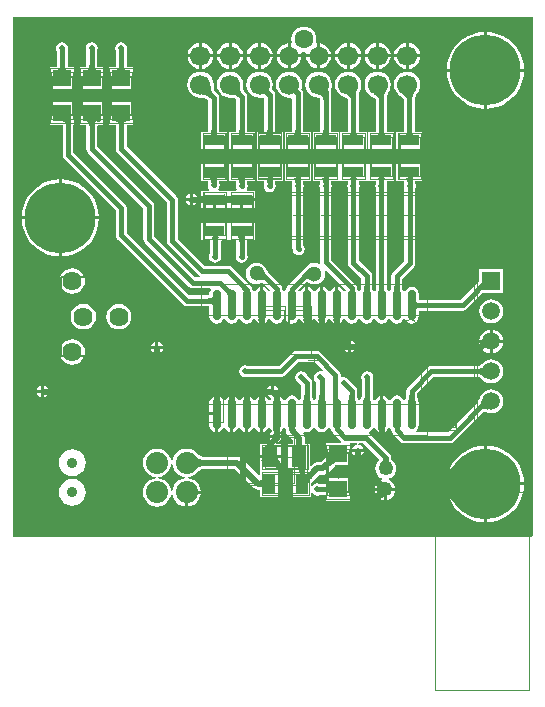
<source format=gtl>
G04*
G04 #@! TF.GenerationSoftware,Altium Limited,Altium Designer,19.1.8 (144)*
G04*
G04 Layer_Physical_Order=1*
G04 Layer_Color=255*
%FSLAX44Y44*%
%MOMM*%
G71*
G01*
G75*
%ADD10C,0.2000*%
%ADD14C,0.1000*%
%ADD17R,0.6187X3.9500*%
%ADD18C,0.0500*%
%ADD19R,1.5000X1.4000*%
%ADD20R,1.0000X1.8000*%
%ADD21R,1.3000X1.7000*%
%ADD22R,1.7000X0.9500*%
%ADD23O,0.7000X2.6000*%
%ADD40C,0.4000*%
%ADD41C,0.5000*%
%ADD42C,6.0000*%
%ADD43C,1.6200*%
%ADD44R,1.5200X1.5200*%
%ADD45C,1.5200*%
%ADD46C,1.6000*%
%ADD47C,1.7000*%
%ADD48C,1.3000*%
%ADD49C,1.2500*%
%ADD50C,0.8750*%
%ADD51C,1.8750*%
%ADD52C,0.5000*%
G36*
X674000Y230063D02*
X673500Y229000D01*
X234000D01*
Y669000D01*
X674000D01*
Y230063D01*
D02*
G37*
%LPC*%
G36*
X480250Y660781D02*
X477499Y660419D01*
X474935Y659357D01*
X472733Y657667D01*
X471043Y655465D01*
X469981Y652902D01*
X469619Y650150D01*
X469932Y647775D01*
X469084Y646605D01*
X469020Y646614D01*
Y637420D01*
X478214D01*
X478068Y638525D01*
X478916Y639695D01*
X480250Y639519D01*
X481584Y639695D01*
X482432Y638525D01*
X482286Y637420D01*
X491480D01*
Y646614D01*
X491416Y646605D01*
X490568Y647775D01*
X490881Y650150D01*
X490519Y652902D01*
X489457Y655465D01*
X487767Y657667D01*
X485565Y659357D01*
X483001Y660419D01*
X480250Y660781D01*
D02*
G37*
G36*
X569020Y647118D02*
Y637420D01*
X578718D01*
X578506Y639032D01*
X577393Y641718D01*
X575624Y644024D01*
X573318Y645793D01*
X570632Y646906D01*
X569020Y647118D01*
D02*
G37*
G36*
X566480D02*
X564868Y646906D01*
X562182Y645793D01*
X559876Y644024D01*
X558107Y641718D01*
X556994Y639032D01*
X556782Y637420D01*
X566480D01*
Y647118D01*
D02*
G37*
G36*
X544020D02*
Y637420D01*
X553718D01*
X553506Y639032D01*
X552393Y641718D01*
X550624Y644024D01*
X548318Y645793D01*
X545632Y646906D01*
X544020Y647118D01*
D02*
G37*
G36*
X541480D02*
X539868Y646906D01*
X537182Y645793D01*
X534876Y644024D01*
X533107Y641718D01*
X531994Y639032D01*
X531782Y637420D01*
X541480D01*
Y647118D01*
D02*
G37*
G36*
X519020D02*
Y637420D01*
X528718D01*
X528506Y639032D01*
X527393Y641718D01*
X525624Y644024D01*
X523318Y645793D01*
X520632Y646906D01*
X519020Y647118D01*
D02*
G37*
G36*
X516480D02*
X514868Y646906D01*
X512182Y645793D01*
X509876Y644024D01*
X508107Y641718D01*
X506994Y639032D01*
X506782Y637420D01*
X516480D01*
Y647118D01*
D02*
G37*
G36*
X494020Y646614D02*
Y637420D01*
X503214D01*
X503019Y638901D01*
X501957Y641466D01*
X500267Y643667D01*
X498065Y645357D01*
X495501Y646419D01*
X494020Y646614D01*
D02*
G37*
G36*
X466480D02*
X464999Y646419D01*
X462435Y645357D01*
X460233Y643667D01*
X458543Y641466D01*
X457481Y638901D01*
X457286Y637420D01*
X466480D01*
Y646614D01*
D02*
G37*
G36*
X444020Y647118D02*
Y637420D01*
X453718D01*
X453506Y639032D01*
X452393Y641718D01*
X450624Y644024D01*
X448318Y645793D01*
X445632Y646906D01*
X444020Y647118D01*
D02*
G37*
G36*
X441480D02*
X439868Y646906D01*
X437182Y645793D01*
X434876Y644024D01*
X433107Y641718D01*
X431994Y639032D01*
X431782Y637420D01*
X441480D01*
Y647118D01*
D02*
G37*
G36*
X419020D02*
Y637420D01*
X428718D01*
X428506Y639032D01*
X427393Y641718D01*
X425624Y644024D01*
X423318Y645793D01*
X420632Y646906D01*
X419020Y647118D01*
D02*
G37*
G36*
X416480D02*
X414868Y646906D01*
X412182Y645793D01*
X409876Y644024D01*
X408106Y641718D01*
X406994Y639032D01*
X406782Y637420D01*
X416480D01*
Y647118D01*
D02*
G37*
G36*
X394020D02*
Y637420D01*
X403718D01*
X403506Y639032D01*
X402393Y641718D01*
X400624Y644024D01*
X398318Y645793D01*
X395632Y646906D01*
X394020Y647118D01*
D02*
G37*
G36*
X391480D02*
X389868Y646906D01*
X387182Y645793D01*
X384876Y644024D01*
X383106Y641718D01*
X381994Y639032D01*
X381782Y637420D01*
X391480D01*
Y647118D01*
D02*
G37*
G36*
X503214Y634880D02*
X494020D01*
Y625686D01*
X495501Y625881D01*
X498065Y626943D01*
X500267Y628633D01*
X501957Y630835D01*
X503019Y633399D01*
X503214Y634880D01*
D02*
G37*
G36*
X491480D02*
X482286D01*
X482481Y633399D01*
X483543Y630835D01*
X485233Y628633D01*
X487435Y626943D01*
X489999Y625881D01*
X491480Y625686D01*
Y634880D01*
D02*
G37*
G36*
X478214D02*
X469020D01*
Y625686D01*
X470501Y625881D01*
X473065Y626943D01*
X475267Y628633D01*
X476957Y630835D01*
X478019Y633399D01*
X478214Y634880D01*
D02*
G37*
G36*
X466480D02*
X457286D01*
X457481Y633399D01*
X458543Y630835D01*
X460233Y628633D01*
X462435Y626943D01*
X464999Y625881D01*
X466480Y625686D01*
Y634880D01*
D02*
G37*
G36*
X635270Y656541D02*
Y625270D01*
X666541D01*
X666239Y629106D01*
X665043Y634086D01*
X663083Y638819D01*
X660407Y643186D01*
X657080Y647080D01*
X653186Y650407D01*
X648819Y653083D01*
X644087Y655043D01*
X639106Y656239D01*
X635270Y656541D01*
D02*
G37*
G36*
X632730D02*
X628894Y656239D01*
X623913Y655043D01*
X619182Y653083D01*
X614814Y650407D01*
X610920Y647080D01*
X607593Y643186D01*
X604917Y638819D01*
X602957Y634086D01*
X601761Y629106D01*
X601459Y625270D01*
X632730D01*
Y656541D01*
D02*
G37*
G36*
X428718Y634880D02*
X419020D01*
Y625182D01*
X420632Y625394D01*
X423318Y626507D01*
X425624Y628276D01*
X427393Y630582D01*
X428506Y633268D01*
X428718Y634880D01*
D02*
G37*
G36*
X416480D02*
X406782D01*
X406994Y633268D01*
X408106Y630582D01*
X409876Y628276D01*
X412182Y626507D01*
X414868Y625394D01*
X416480Y625182D01*
Y634880D01*
D02*
G37*
G36*
X403718D02*
X394020D01*
Y625182D01*
X395632Y625394D01*
X398318Y626507D01*
X400624Y628276D01*
X402393Y630582D01*
X403506Y633268D01*
X403718Y634880D01*
D02*
G37*
G36*
X391480D02*
X381782D01*
X381994Y633268D01*
X383106Y630582D01*
X384876Y628276D01*
X387182Y626507D01*
X389868Y625394D01*
X391480Y625182D01*
Y634880D01*
D02*
G37*
G36*
X578718D02*
X569020D01*
Y625182D01*
X570632Y625394D01*
X573318Y626507D01*
X575624Y628276D01*
X577393Y630582D01*
X578506Y633268D01*
X578718Y634880D01*
D02*
G37*
G36*
X566480D02*
X556782D01*
X556994Y633268D01*
X558107Y630582D01*
X559876Y628276D01*
X562182Y626507D01*
X564868Y625394D01*
X566480Y625182D01*
Y634880D01*
D02*
G37*
G36*
X553718D02*
X544020D01*
Y625182D01*
X545632Y625394D01*
X548318Y626507D01*
X550624Y628276D01*
X552393Y630582D01*
X553506Y633268D01*
X553718Y634880D01*
D02*
G37*
G36*
X541480D02*
X531782D01*
X531994Y633268D01*
X533107Y630582D01*
X534876Y628276D01*
X537182Y626507D01*
X539868Y625394D01*
X541480Y625182D01*
Y634880D01*
D02*
G37*
G36*
X528718D02*
X519020D01*
Y625182D01*
X520632Y625394D01*
X523318Y626507D01*
X525624Y628276D01*
X527393Y630582D01*
X528506Y633268D01*
X528718Y634880D01*
D02*
G37*
G36*
X516480D02*
X506782D01*
X506994Y633268D01*
X508107Y630582D01*
X509876Y628276D01*
X512182Y626507D01*
X514868Y625394D01*
X516480Y625182D01*
Y634880D01*
D02*
G37*
G36*
X453718D02*
X444020D01*
Y625182D01*
X445632Y625394D01*
X448318Y626507D01*
X450624Y628276D01*
X452393Y630582D01*
X453506Y633268D01*
X453718Y634880D01*
D02*
G37*
G36*
X441480D02*
X431782D01*
X431994Y633268D01*
X433107Y630582D01*
X434876Y628276D01*
X437182Y626507D01*
X439868Y625394D01*
X441480Y625182D01*
Y634880D01*
D02*
G37*
G36*
X325572Y647703D02*
X323605Y647312D01*
X321938Y646198D01*
X320824Y644530D01*
X320433Y642564D01*
X320824Y640598D01*
X320943Y640420D01*
Y627662D01*
X320920Y627407D01*
X320870Y627104D01*
X315532D01*
Y608024D01*
X335611D01*
Y627104D01*
X330273D01*
X330223Y627407D01*
X330201Y627662D01*
Y640420D01*
X330319Y640598D01*
X330710Y642564D01*
X330319Y644530D01*
X329205Y646198D01*
X327538Y647312D01*
X325572Y647703D01*
D02*
G37*
G36*
X300571D02*
X298605Y647312D01*
X296938Y646198D01*
X295824Y644530D01*
X295433Y642564D01*
X295824Y640598D01*
X295943Y640420D01*
Y627662D01*
X295920Y627407D01*
X295870Y627104D01*
X290532D01*
Y608024D01*
X310611D01*
Y627104D01*
X305273D01*
X305223Y627407D01*
X305201Y627662D01*
Y640420D01*
X305319Y640598D01*
X305710Y642564D01*
X305319Y644530D01*
X304205Y646198D01*
X302538Y647312D01*
X300571Y647703D01*
D02*
G37*
G36*
X275571D02*
X273605Y647312D01*
X271938Y646198D01*
X270824Y644530D01*
X270433Y642564D01*
X270824Y640598D01*
X270943Y640420D01*
Y627662D01*
X270920Y627407D01*
X270870Y627104D01*
X265532D01*
Y608024D01*
X285611D01*
Y627104D01*
X280273D01*
X280223Y627407D01*
X280201Y627662D01*
Y640420D01*
X280319Y640598D01*
X280710Y642564D01*
X280319Y644530D01*
X279205Y646198D01*
X277538Y647312D01*
X275571Y647703D01*
D02*
G37*
G36*
X666541Y622730D02*
X635270D01*
Y591459D01*
X639106Y591761D01*
X644087Y592957D01*
X648819Y594917D01*
X653186Y597593D01*
X657080Y600920D01*
X660407Y604814D01*
X663083Y609182D01*
X665043Y613913D01*
X666239Y618894D01*
X666541Y622730D01*
D02*
G37*
G36*
X632730D02*
X601459D01*
X601761Y618894D01*
X602957Y613913D01*
X604917Y609182D01*
X607593Y604814D01*
X610920Y600920D01*
X614814Y597593D01*
X619182Y594917D01*
X623913Y592957D01*
X628894Y591761D01*
X632730Y591459D01*
Y622730D01*
D02*
G37*
G36*
X417750Y622785D02*
X414868Y622406D01*
X412182Y621293D01*
X409876Y619524D01*
X408106Y617218D01*
X406994Y614532D01*
X406615Y611650D01*
X406994Y608768D01*
X408106Y606082D01*
X409876Y603776D01*
X412182Y602007D01*
X414868Y600894D01*
X417750Y600515D01*
X418074Y600557D01*
X418813Y600548D01*
X419690Y600493D01*
X420488Y600399D01*
X421207Y600268D01*
X421846Y600104D01*
X422407Y599912D01*
X422891Y599698D01*
X423071Y599597D01*
Y572348D01*
X423049Y572093D01*
X422999Y571790D01*
X416660D01*
Y557210D01*
X438740D01*
Y571790D01*
X432401D01*
X432351Y572093D01*
X432329Y572348D01*
Y601700D01*
X432329Y601700D01*
X431977Y603471D01*
X430973Y604973D01*
X430973Y604973D01*
X430140Y605806D01*
X429934Y606096D01*
X429702Y606509D01*
X429487Y606993D01*
X429296Y607553D01*
X429132Y608193D01*
X429008Y608875D01*
X428852Y610622D01*
X428843Y611326D01*
X428885Y611650D01*
X428506Y614532D01*
X427393Y617218D01*
X425624Y619524D01*
X423318Y621293D01*
X420632Y622406D01*
X417750Y622785D01*
D02*
G37*
G36*
X392750D02*
X389868Y622406D01*
X387182Y621293D01*
X384876Y619524D01*
X383106Y617218D01*
X381994Y614532D01*
X381615Y611650D01*
X381994Y608768D01*
X383106Y606082D01*
X384876Y603776D01*
X387182Y602007D01*
X389868Y600894D01*
X392750Y600515D01*
X393074Y600557D01*
X393813Y600548D01*
X394690Y600493D01*
X395488Y600399D01*
X396207Y600268D01*
X396846Y600104D01*
X397407Y599912D01*
X397891Y599698D01*
X398304Y599466D01*
X398594Y599260D01*
X399428Y598425D01*
Y572348D01*
X399406Y572093D01*
X399356Y571790D01*
X393017D01*
Y557210D01*
X415097D01*
Y571790D01*
X408759D01*
X408708Y572093D01*
X408686Y572348D01*
Y600343D01*
X408686Y600343D01*
X408334Y602114D01*
X407330Y603616D01*
X407330Y603616D01*
X405140Y605806D01*
X404934Y606096D01*
X404702Y606509D01*
X404487Y606993D01*
X404296Y607553D01*
X404132Y608193D01*
X404008Y608875D01*
X403852Y610622D01*
X403843Y611326D01*
X403885Y611650D01*
X403506Y614532D01*
X402393Y617218D01*
X400624Y619524D01*
X398318Y621293D01*
X395632Y622406D01*
X392750Y622785D01*
D02*
G37*
G36*
X567750D02*
X564868Y622406D01*
X562182Y621293D01*
X559876Y619524D01*
X558107Y617218D01*
X556994Y614532D01*
X556615Y611650D01*
X556994Y608768D01*
X558107Y606082D01*
X559876Y603776D01*
X561739Y602347D01*
X561780Y602305D01*
X561884Y602235D01*
X562182Y602007D01*
X562290Y601962D01*
X562529Y601801D01*
X563115Y601345D01*
X563607Y600897D01*
X564008Y600461D01*
X564325Y600042D01*
X564567Y599638D01*
X564744Y599247D01*
X564866Y598861D01*
X564928Y598520D01*
Y572348D01*
X564906Y572093D01*
X564856Y571790D01*
X558517D01*
Y557210D01*
X580597D01*
Y571790D01*
X574258D01*
X574208Y572093D01*
X574186Y572348D01*
Y599422D01*
X574235Y599748D01*
X574354Y600258D01*
X574534Y600838D01*
X574779Y601484D01*
X575069Y602143D01*
X576459Y604681D01*
X577039Y605593D01*
X577061Y605649D01*
X577393Y606082D01*
X578506Y608768D01*
X578885Y611650D01*
X578506Y614532D01*
X577393Y617218D01*
X575624Y619524D01*
X573318Y621293D01*
X570632Y622406D01*
X567750Y622785D01*
D02*
G37*
G36*
X542750D02*
X539868Y622406D01*
X537182Y621293D01*
X534876Y619524D01*
X533107Y617218D01*
X531994Y614532D01*
X531615Y611650D01*
X531994Y608768D01*
X533107Y606082D01*
X534876Y603776D01*
X537182Y602007D01*
X538237Y601570D01*
X538403Y601449D01*
X539144Y601107D01*
X539692Y600796D01*
X540139Y600482D01*
X540490Y600172D01*
X540760Y599869D01*
X540963Y599569D01*
X541115Y599263D01*
X541224Y598932D01*
X541285Y598608D01*
Y572348D01*
X541263Y572093D01*
X541213Y571790D01*
X534874D01*
Y557210D01*
X556954D01*
Y571790D01*
X550616D01*
X550565Y572093D01*
X550543Y572348D01*
Y600195D01*
X550688Y601073D01*
X550815Y601584D01*
X552445Y606124D01*
X552911Y607208D01*
X552912Y607211D01*
X552913Y607213D01*
X552967Y607467D01*
X553506Y608768D01*
X553885Y611650D01*
X553506Y614532D01*
X552393Y617218D01*
X550624Y619524D01*
X548318Y621293D01*
X545632Y622406D01*
X542750Y622785D01*
D02*
G37*
G36*
X517750D02*
X514868Y622406D01*
X512182Y621293D01*
X509876Y619524D01*
X508107Y617218D01*
X506994Y614532D01*
X506615Y611650D01*
X506994Y608768D01*
X508107Y606082D01*
X509876Y603776D01*
X512182Y602007D01*
X514868Y600894D01*
X515286Y600839D01*
X515969Y600657D01*
X516436Y600480D01*
X516792Y600294D01*
X517052Y600109D01*
X517239Y599928D01*
X517379Y599741D01*
X517492Y599524D01*
X517585Y599247D01*
X517642Y598937D01*
Y572348D01*
X517620Y572093D01*
X517570Y571790D01*
X511231D01*
Y557210D01*
X533311D01*
Y571790D01*
X526973D01*
X526923Y572093D01*
X526900Y572348D01*
Y601779D01*
X526987Y602655D01*
X527074Y603215D01*
X528084Y607484D01*
X528353Y608400D01*
X528506Y608768D01*
X528885Y611650D01*
X528506Y614532D01*
X527393Y617218D01*
X525624Y619524D01*
X523318Y621293D01*
X520632Y622406D01*
X517750Y622785D01*
D02*
G37*
G36*
X492750D02*
X489868Y622406D01*
X487182Y621293D01*
X484876Y619524D01*
X483107Y617218D01*
X481994Y614532D01*
X481615Y611650D01*
X481994Y608768D01*
X483107Y606082D01*
X484876Y603776D01*
X487182Y602007D01*
X489868Y600894D01*
X492750Y600515D01*
X492921Y600537D01*
X493073Y600527D01*
X493397Y600464D01*
X493596Y600393D01*
X493699Y600335D01*
X493753Y600288D01*
X493803Y600224D01*
X493871Y600093D01*
X493947Y599855D01*
X494000Y599547D01*
Y572348D01*
X493977Y572093D01*
X493927Y571790D01*
X487589D01*
Y557210D01*
X509669D01*
Y571790D01*
X503330D01*
X503280Y572093D01*
X503257Y572348D01*
Y603439D01*
X503395Y607055D01*
X503608Y609289D01*
X503694Y609860D01*
X503690Y609939D01*
X503712Y610014D01*
X503693Y610191D01*
X503885Y611650D01*
X503506Y614532D01*
X502393Y617218D01*
X500624Y619524D01*
X498318Y621293D01*
X495632Y622406D01*
X492750Y622785D01*
D02*
G37*
G36*
X467750D02*
X464868Y622406D01*
X462182Y621293D01*
X459876Y619524D01*
X458107Y617218D01*
X456994Y614532D01*
X456615Y611650D01*
X456994Y608768D01*
X458107Y606082D01*
X459876Y603776D01*
X462182Y602007D01*
X464868Y600894D01*
X467750Y600515D01*
X469402Y600732D01*
X470357Y599895D01*
Y572348D01*
X470334Y572093D01*
X470284Y571790D01*
X463946D01*
Y557210D01*
X486026D01*
Y571790D01*
X479687D01*
X479637Y572093D01*
X479615Y572348D01*
Y604414D01*
X479615Y604414D01*
X479262Y606186D01*
X478259Y607687D01*
X478117Y607829D01*
X478506Y608768D01*
X478885Y611650D01*
X478506Y614532D01*
X477393Y617218D01*
X475624Y619524D01*
X473318Y621293D01*
X470632Y622406D01*
X467750Y622785D01*
D02*
G37*
G36*
X442750D02*
X439868Y622406D01*
X437182Y621293D01*
X434876Y619524D01*
X433107Y617218D01*
X431994Y614532D01*
X431615Y611650D01*
X431994Y608768D01*
X433107Y606082D01*
X434876Y603776D01*
X437182Y602007D01*
X439868Y600894D01*
X442750Y600515D01*
X445464Y600872D01*
X445967Y600682D01*
X446299Y600471D01*
X446714Y600037D01*
Y572348D01*
X446692Y572093D01*
X446641Y571790D01*
X440303D01*
Y557210D01*
X462383D01*
Y571790D01*
X456044D01*
X455994Y572093D01*
X455972Y572348D01*
Y603057D01*
X455972Y603057D01*
X455619Y604829D01*
X454616Y606330D01*
X454616Y606330D01*
X454127Y606819D01*
X453980Y607002D01*
X453771Y607310D01*
X453620Y607585D01*
X453518Y607827D01*
X453455Y608039D01*
X453423Y608229D01*
X453414Y608409D01*
X453428Y608581D01*
X453506Y608768D01*
X453885Y611650D01*
X453506Y614532D01*
X452393Y617218D01*
X450624Y619524D01*
X448318Y621293D01*
X445632Y622406D01*
X442750Y622785D01*
D02*
G37*
G36*
X438740Y544790D02*
X416660D01*
Y530210D01*
X422996D01*
X423049Y529893D01*
X423071Y529644D01*
Y528144D01*
X422952Y527966D01*
X422561Y526000D01*
X422952Y524034D01*
X423603Y523060D01*
X422924Y521790D01*
X416867D01*
X416660Y521790D01*
X415597D01*
X415390Y521790D01*
X408192D01*
X407820Y523060D01*
X408805Y524534D01*
X409196Y526500D01*
X408805Y528466D01*
X408686Y528644D01*
Y529644D01*
X408708Y529893D01*
X408761Y530210D01*
X415097D01*
Y544790D01*
X393017D01*
Y530210D01*
X399353D01*
X399406Y529893D01*
X399428Y529644D01*
Y528644D01*
X399310Y528466D01*
X398918Y526500D01*
X399310Y524534D01*
X400294Y523060D01*
X399922Y521790D01*
X393517D01*
Y517182D01*
X393638Y517200D01*
X394288Y517355D01*
X394838Y517555D01*
X395288Y517799D01*
X395638Y518088D01*
X395888Y518420D01*
X396038Y518798D01*
X396088Y519220D01*
Y515770D01*
X404557D01*
Y514500D01*
X405827D01*
Y507210D01*
X415390D01*
X415597Y507210D01*
X416660D01*
X416867Y507210D01*
X426430D01*
Y514500D01*
X427700D01*
Y515770D01*
X438740D01*
Y521790D01*
X432476D01*
X431797Y523060D01*
X432448Y524034D01*
X432839Y526000D01*
X432448Y527966D01*
X432329Y528144D01*
Y529644D01*
X432351Y529893D01*
X432404Y530210D01*
X438740D01*
Y544790D01*
D02*
G37*
G36*
X462383Y544790D02*
X440303D01*
Y530210D01*
X446639D01*
X446692Y529893D01*
X446714Y529644D01*
Y528144D01*
X446595Y527966D01*
X446204Y526000D01*
X446595Y524034D01*
X447709Y522366D01*
X449376Y521252D01*
X451343Y520861D01*
X453309Y521252D01*
X454976Y522366D01*
X456090Y524034D01*
X456482Y526000D01*
X456090Y527966D01*
X455972Y528144D01*
Y529644D01*
X455994Y529893D01*
X456047Y530210D01*
X462383D01*
Y544790D01*
D02*
G37*
G36*
X386330Y519386D02*
Y515770D01*
X389946D01*
X389808Y516466D01*
X388694Y518134D01*
X387026Y519248D01*
X386330Y519386D01*
D02*
G37*
G36*
X383790D02*
X383093Y519248D01*
X381426Y518134D01*
X380312Y516466D01*
X380174Y515770D01*
X383790D01*
Y519386D01*
D02*
G37*
G36*
X403287Y513230D02*
X396088D01*
Y509781D01*
X396038Y510202D01*
X395888Y510579D01*
X395638Y510912D01*
X395288Y511201D01*
X394838Y511445D01*
X394288Y511645D01*
X393638Y511800D01*
X393517Y511818D01*
Y507210D01*
X403287D01*
Y513230D01*
D02*
G37*
G36*
X389946D02*
X386330D01*
Y509614D01*
X387026Y509752D01*
X388694Y510866D01*
X389808Y512533D01*
X389946Y513230D01*
D02*
G37*
G36*
X383790D02*
X380174D01*
X380312Y512533D01*
X381426Y510866D01*
X383093Y509752D01*
X383790Y509614D01*
Y513230D01*
D02*
G37*
G36*
X438740D02*
X428970D01*
Y507210D01*
X438740D01*
Y513230D01*
D02*
G37*
G36*
X275341Y531541D02*
Y500270D01*
X306612D01*
X306310Y504106D01*
X305115Y509086D01*
X303155Y513819D01*
X300478Y518186D01*
X297152Y522080D01*
X293257Y525407D01*
X288890Y528083D01*
X284158Y530043D01*
X279178Y531239D01*
X275341Y531541D01*
D02*
G37*
G36*
X272801D02*
X268965Y531239D01*
X263985Y530043D01*
X259253Y528083D01*
X254886Y525407D01*
X250991Y522080D01*
X247665Y518186D01*
X244988Y513819D01*
X243028Y509086D01*
X241833Y504106D01*
X241531Y500270D01*
X272801D01*
Y531541D01*
D02*
G37*
G36*
X486026Y544790D02*
X463946D01*
Y530210D01*
X470282D01*
X470335Y529893D01*
X470357Y529644D01*
Y527930D01*
X470238Y527752D01*
X469847Y525786D01*
X470238Y523819D01*
X470357Y523642D01*
Y473293D01*
X470357Y473293D01*
X470709Y471521D01*
X471140Y470876D01*
X471252Y470312D01*
X472366Y468645D01*
X474034Y467531D01*
X476000Y467140D01*
X477966Y467531D01*
X479634Y468645D01*
X480748Y470312D01*
X481139Y472279D01*
X480748Y474245D01*
X479634Y475912D01*
X479615Y475925D01*
Y523642D01*
X479733Y523819D01*
X480124Y525786D01*
X479733Y527752D01*
X479615Y527930D01*
Y529644D01*
X479637Y529893D01*
X479689Y530210D01*
X486026D01*
Y544790D01*
D02*
G37*
G36*
X306612Y497730D02*
X275341D01*
Y466459D01*
X279178Y466761D01*
X284158Y467957D01*
X288890Y469917D01*
X293257Y472593D01*
X297152Y475920D01*
X300478Y479814D01*
X303155Y484182D01*
X305115Y488913D01*
X306310Y493894D01*
X306612Y497730D01*
D02*
G37*
G36*
X272801D02*
X241531D01*
X241833Y493894D01*
X243028Y488913D01*
X244988Y484182D01*
X247665Y479814D01*
X250991Y475920D01*
X254886Y472593D01*
X259253Y469917D01*
X263985Y467957D01*
X268965Y466761D01*
X272801Y466459D01*
Y497730D01*
D02*
G37*
G36*
X416660Y494790D02*
X415597D01*
X415390Y494790D01*
X393517D01*
Y480210D01*
X400353D01*
X400406Y479893D01*
X400428Y479644D01*
Y468144D01*
X400309Y467966D01*
X399918Y466000D01*
X400309Y464034D01*
X401423Y462366D01*
X403091Y461252D01*
X405057Y460861D01*
X407024Y461252D01*
X408691Y462366D01*
X409805Y464034D01*
X410196Y466000D01*
X409805Y467966D01*
X409686Y468144D01*
Y478971D01*
X410722Y480210D01*
X415390D01*
X415597Y480210D01*
X416660D01*
X416867Y480210D01*
X422996D01*
X423049Y479893D01*
X423071Y479644D01*
Y468144D01*
X422952Y467966D01*
X422561Y466000D01*
X422952Y464034D01*
X424066Y462366D01*
X425733Y461252D01*
X427700Y460861D01*
X429666Y461252D01*
X431334Y462366D01*
X432448Y464034D01*
X432839Y466000D01*
X432448Y467966D01*
X432329Y468144D01*
Y479644D01*
X432351Y479893D01*
X432404Y480210D01*
X438740D01*
Y494790D01*
X416867D01*
X416660Y494790D01*
D02*
G37*
G36*
X335611Y597104D02*
X315532D01*
Y578024D01*
X320868D01*
X320921Y577707D01*
X320943Y577458D01*
Y557564D01*
X320943Y557564D01*
X321295Y555793D01*
X322298Y554291D01*
X364371Y512218D01*
Y479000D01*
X364371Y479000D01*
X364723Y477229D01*
X365727Y475727D01*
X390727Y450727D01*
X390727Y450727D01*
X391966Y449899D01*
X391716Y448629D01*
X388289D01*
X353629Y483289D01*
Y509136D01*
X353629Y509136D01*
X353277Y510907D01*
X352273Y512409D01*
X352273Y512409D01*
X305201Y559481D01*
Y576714D01*
X305572Y577935D01*
X306019Y578024D01*
X310611D01*
Y597104D01*
X290532D01*
Y578024D01*
X295868D01*
X295921Y577707D01*
X295943Y577458D01*
Y557564D01*
X295943Y557564D01*
X296295Y555793D01*
X297298Y554291D01*
X344371Y507218D01*
Y481372D01*
X344371Y481371D01*
X344723Y479600D01*
X345727Y478098D01*
X383098Y440727D01*
X383098Y440727D01*
X384600Y439723D01*
X386371Y439371D01*
X386372Y439371D01*
X400913D01*
X401592Y438101D01*
X400760Y436857D01*
X400292Y434500D01*
Y433687D01*
X400077Y433651D01*
X399822Y433629D01*
X382917D01*
X330201Y486346D01*
Y507428D01*
X330201Y507429D01*
X329848Y509200D01*
X328845Y510702D01*
X328845Y510702D01*
X285201Y554346D01*
Y578024D01*
X285611D01*
Y580498D01*
X285631Y580594D01*
X285623Y580632D01*
X285630Y580669D01*
X285611Y580749D01*
Y597104D01*
X265532D01*
Y578024D01*
X275868D01*
X275921Y577707D01*
X275943Y577458D01*
Y552429D01*
X275943Y552429D01*
X276295Y550657D01*
X277298Y549155D01*
X320943Y505511D01*
Y484429D01*
X320942Y484428D01*
X321295Y482657D01*
X322298Y481155D01*
X377727Y425727D01*
X377727Y425727D01*
X379229Y424723D01*
X381000Y424371D01*
X381000Y424371D01*
X399822D01*
X400077Y424349D01*
X400292Y424313D01*
Y415500D01*
X400760Y413143D01*
X402095Y411145D01*
X404093Y409810D01*
X406450Y409342D01*
X408807Y409810D01*
X410805Y411145D01*
X412140Y413143D01*
X412153Y413209D01*
X413447D01*
X413461Y413143D01*
X414795Y411145D01*
X416793Y409810D01*
X419150Y409342D01*
X421507Y409810D01*
X423505Y411145D01*
X424840Y413143D01*
X424853Y413209D01*
X426147D01*
X426161Y413143D01*
X427495Y411145D01*
X429493Y409810D01*
X431850Y409342D01*
X434207Y409810D01*
X436205Y411145D01*
X437540Y413143D01*
X437553Y413209D01*
X438848D01*
X438861Y413143D01*
X440195Y411145D01*
X441984Y409950D01*
X441790Y412948D01*
X441710Y413301D01*
X441620Y413569D01*
X441519Y413750D01*
X443280D01*
Y425000D01*
Y440406D01*
X442193Y440190D01*
X440195Y438855D01*
X438861Y436857D01*
X438848Y436791D01*
X437553D01*
X437540Y436857D01*
X436862Y437871D01*
X436851Y438136D01*
X436819Y438206D01*
X436811Y438282D01*
X436730Y438550D01*
X436576Y438837D01*
X436465Y439142D01*
X436220Y439544D01*
X436129Y439643D01*
X436127Y439657D01*
X435123Y441159D01*
X435123Y441159D01*
X419009Y457273D01*
X417507Y458277D01*
X415736Y458629D01*
X415736Y458629D01*
X395917D01*
X373629Y480917D01*
Y514135D01*
X373629Y514136D01*
X373277Y515907D01*
X372273Y517409D01*
X372273Y517409D01*
X330201Y559481D01*
Y577458D01*
X330223Y577707D01*
X330275Y578024D01*
X335611D01*
Y597104D01*
D02*
G37*
G36*
X580597Y544790D02*
X558517D01*
Y530210D01*
X565353D01*
X565406Y529893D01*
X565428Y529644D01*
Y528144D01*
X565310Y527966D01*
X564918Y526000D01*
X565310Y524034D01*
X565428Y523856D01*
Y462617D01*
X555577Y452766D01*
X554573Y451264D01*
X554221Y449493D01*
X554221Y449493D01*
Y440088D01*
X554118Y439081D01*
X554054Y438711D01*
X553977Y438384D01*
X553900Y438132D01*
X553830Y437956D01*
X553780Y437859D01*
X553667Y437690D01*
X553585Y437492D01*
X553161Y436857D01*
X553148Y436791D01*
X551853D01*
X551840Y436857D01*
X551404Y437508D01*
X551314Y437718D01*
X551145Y437963D01*
X551046Y438142D01*
X550944Y438373D01*
X550843Y438659D01*
X550750Y439000D01*
X550667Y439398D01*
X550603Y439821D01*
X550543Y440579D01*
Y523856D01*
X550662Y524034D01*
X551053Y526000D01*
X550662Y527966D01*
X550543Y528144D01*
Y529644D01*
X550565Y529893D01*
X550618Y530210D01*
X556954D01*
Y544790D01*
X534874D01*
Y530210D01*
X541211D01*
X541263Y529893D01*
X541285Y529644D01*
Y528144D01*
X541167Y527966D01*
X540775Y526000D01*
X541167Y524034D01*
X541285Y523856D01*
Y439686D01*
X541262Y439320D01*
X541154Y438385D01*
X541099Y438093D01*
X541041Y437866D01*
X540998Y437742D01*
X540994Y437733D01*
X540939Y437648D01*
X540869Y437468D01*
X540461Y436857D01*
X540448Y436791D01*
X539153D01*
X539140Y436857D01*
X538715Y437492D01*
X538633Y437690D01*
X538520Y437859D01*
X538470Y437956D01*
X538400Y438132D01*
X538323Y438384D01*
X538246Y438711D01*
X538186Y439055D01*
X538079Y440367D01*
Y449493D01*
X538079Y449493D01*
X537727Y451264D01*
X536723Y452766D01*
X526900Y462589D01*
Y523856D01*
X527019Y524034D01*
X527410Y526000D01*
X527019Y527966D01*
X526900Y528144D01*
Y529644D01*
X526922Y529893D01*
X526975Y530210D01*
X533311D01*
Y544790D01*
X511231D01*
Y530210D01*
X517568D01*
X517620Y529893D01*
X517642Y529644D01*
Y528144D01*
X517524Y527966D01*
X517133Y526000D01*
X517524Y524034D01*
X517642Y523856D01*
Y460672D01*
X517642Y460672D01*
X517995Y458900D01*
X518998Y457398D01*
X528821Y447575D01*
Y440088D01*
X528718Y439081D01*
X528654Y438711D01*
X528577Y438384D01*
X528500Y438132D01*
X528430Y437956D01*
X528380Y437859D01*
X528267Y437690D01*
X528185Y437492D01*
X527761Y436857D01*
X527747Y436791D01*
X526453D01*
X526440Y436857D01*
X525379Y438444D01*
Y439250D01*
X525379Y439250D01*
X525027Y441021D01*
X524023Y442523D01*
X503257Y463289D01*
Y523856D01*
X503376Y524034D01*
X503767Y526000D01*
X503376Y527966D01*
X503257Y528144D01*
Y529644D01*
X503279Y529893D01*
X503332Y530210D01*
X509669D01*
Y544790D01*
X487589D01*
Y530210D01*
X493925D01*
X493978Y529893D01*
X494000Y529644D01*
Y528144D01*
X493881Y527966D01*
X493490Y526000D01*
X493881Y524034D01*
X494000Y523856D01*
Y461372D01*
X493999Y461371D01*
X494139Y460668D01*
X493014Y459815D01*
X491360Y460500D01*
X489000Y460811D01*
X486640Y460500D01*
X484441Y459589D01*
X482553Y458140D01*
X481922Y457318D01*
X481871Y457285D01*
X479726Y455171D01*
X479420Y454966D01*
X479420Y454966D01*
X466677Y442223D01*
X465673Y440721D01*
X465321Y438950D01*
X465321Y438950D01*
Y438444D01*
X464260Y436857D01*
X464248Y436791D01*
X462953D01*
X462940Y436857D01*
X461879Y438444D01*
Y438950D01*
X461879Y438950D01*
X461527Y440721D01*
X460523Y442223D01*
X460523Y442223D01*
X450793Y451953D01*
X450733Y452019D01*
X450480Y452335D01*
X449883Y453179D01*
X449638Y453568D01*
X448784Y455149D01*
X448523Y455708D01*
X448519Y455713D01*
X448517Y455720D01*
X448411Y455864D01*
X448146Y456502D01*
X446697Y458390D01*
X444809Y459839D01*
X442610Y460750D01*
X440250Y461061D01*
X437890Y460750D01*
X435691Y459839D01*
X433803Y458390D01*
X432354Y456502D01*
X431443Y454303D01*
X431132Y451943D01*
X431443Y449583D01*
X432354Y447384D01*
X433803Y445495D01*
X435691Y444047D01*
X437890Y443136D01*
X440250Y442825D01*
X442610Y443136D01*
X443986Y443706D01*
X444174Y443746D01*
X444584Y443924D01*
X444823Y443998D01*
X445015Y444031D01*
X445169Y444036D01*
X445307Y444022D01*
X445449Y443985D01*
X445615Y443918D01*
X445815Y443803D01*
X445949Y443705D01*
X451624Y438030D01*
X451332Y437380D01*
X449919Y437336D01*
X448905Y438855D01*
X446907Y440190D01*
X445820Y440406D01*
Y425000D01*
Y413750D01*
X447581D01*
X447480Y413569D01*
X447390Y413301D01*
X447310Y412948D01*
X447241Y412508D01*
X447135Y411369D01*
X447086Y409930D01*
X448905Y411145D01*
X450240Y413143D01*
X450253Y413209D01*
X451548D01*
X451561Y413143D01*
X452895Y411145D01*
X454893Y409810D01*
X457250Y409342D01*
X459607Y409810D01*
X461605Y411145D01*
X462940Y413143D01*
X462953Y413209D01*
X464248D01*
X464260Y413143D01*
X465595Y411145D01*
X467593Y409810D01*
X469950Y409342D01*
X472307Y409810D01*
X474305Y411145D01*
X475640Y413143D01*
X475653Y413209D01*
X476948D01*
X476960Y413143D01*
X478295Y411145D01*
X480084Y409950D01*
X479890Y412948D01*
X479810Y413301D01*
X479720Y413569D01*
X479619Y413750D01*
X481380D01*
Y425000D01*
Y440406D01*
X480293Y440190D01*
X478295Y438855D01*
X477281Y437337D01*
X475868Y437380D01*
X475576Y438030D01*
X481833Y444286D01*
X482844Y445012D01*
X482886Y444990D01*
X484441Y443797D01*
X486640Y442886D01*
X489000Y442575D01*
X491360Y442886D01*
X493559Y443797D01*
X495447Y445246D01*
X496896Y447134D01*
X497807Y449333D01*
X498118Y451693D01*
X497838Y453820D01*
X498391Y454262D01*
X498981Y454473D01*
X515636Y437817D01*
X514991Y436791D01*
X513753D01*
X513740Y436857D01*
X512405Y438855D01*
X510407Y440190D01*
X509320Y440406D01*
Y425000D01*
Y413750D01*
X511081D01*
X510980Y413569D01*
X510890Y413301D01*
X510810Y412948D01*
X510741Y412508D01*
X510635Y411369D01*
X510586Y409930D01*
X512405Y411145D01*
X513740Y413143D01*
X513753Y413209D01*
X515047D01*
X515061Y413143D01*
X516395Y411145D01*
X518393Y409810D01*
X520750Y409342D01*
X523107Y409810D01*
X525105Y411145D01*
X526440Y413143D01*
X526453Y413209D01*
X527747D01*
X527761Y413143D01*
X529095Y411145D01*
X531093Y409810D01*
X533450Y409342D01*
X535807Y409810D01*
X537805Y411145D01*
X539140Y413143D01*
X539153Y413209D01*
X540448D01*
X540461Y413143D01*
X541795Y411145D01*
X543793Y409810D01*
X546150Y409342D01*
X548507Y409810D01*
X550505Y411145D01*
X551840Y413143D01*
X551853Y413209D01*
X553148D01*
X553161Y413143D01*
X554495Y411145D01*
X556493Y409810D01*
X558850Y409342D01*
X561207Y409810D01*
X563205Y411145D01*
X564540Y413143D01*
X564553Y413209D01*
X565848D01*
X565860Y413143D01*
X567195Y411145D01*
X569193Y409810D01*
X571550Y409342D01*
X573907Y409810D01*
X575905Y411145D01*
X577240Y413143D01*
X577708Y415500D01*
Y420313D01*
X577923Y420349D01*
X578178Y420371D01*
X614600D01*
X614600Y420371D01*
X616371Y420723D01*
X617873Y421727D01*
X630891Y434745D01*
X630970Y434805D01*
X631109Y434897D01*
X631222Y434961D01*
X631310Y435002D01*
X631372Y435024D01*
X631409Y435034D01*
X631426Y435037D01*
X631567Y435044D01*
X631629Y435060D01*
X649140D01*
Y455340D01*
X628860D01*
Y447348D01*
X628852Y447194D01*
X628803Y446882D01*
X628720Y446555D01*
X628596Y446207D01*
X628428Y445837D01*
X628209Y445443D01*
X627937Y445027D01*
X627607Y444590D01*
X627398Y444344D01*
X612683Y429629D01*
X578178D01*
X577923Y429651D01*
X577708Y429687D01*
Y434500D01*
X577240Y436857D01*
X575905Y438855D01*
X573907Y440190D01*
X571550Y440658D01*
X569193Y440190D01*
X567195Y438855D01*
X565860Y436857D01*
X565848Y436791D01*
X564553D01*
X564540Y436857D01*
X564115Y437492D01*
X564033Y437690D01*
X563920Y437859D01*
X563870Y437956D01*
X563800Y438132D01*
X563723Y438384D01*
X563646Y438711D01*
X563587Y439055D01*
X563479Y440367D01*
Y447575D01*
X573330Y457427D01*
X573330Y457427D01*
X574334Y458929D01*
X574686Y460700D01*
Y523856D01*
X574805Y524034D01*
X575196Y526000D01*
X574805Y527966D01*
X574686Y528144D01*
Y529644D01*
X574708Y529893D01*
X574761Y530210D01*
X580597D01*
Y544790D01*
D02*
G37*
G36*
X506780Y440406D02*
X505693Y440190D01*
X503695Y438855D01*
X502360Y436857D01*
X502347Y436791D01*
X501053D01*
X501040Y436857D01*
X499705Y438855D01*
X497707Y440190D01*
X496620Y440406D01*
Y425000D01*
Y413750D01*
X498381D01*
X498280Y413569D01*
X498190Y413301D01*
X498110Y412948D01*
X498041Y412508D01*
X497935Y411369D01*
X497886Y409930D01*
X499705Y411145D01*
X501040Y413143D01*
X501053Y413209D01*
X502347D01*
X502360Y413143D01*
X503695Y411145D01*
X505484Y409950D01*
X505290Y412948D01*
X505210Y413301D01*
X505120Y413569D01*
X505019Y413750D01*
X506780D01*
Y425000D01*
Y440406D01*
D02*
G37*
G36*
X494080D02*
X492993Y440190D01*
X490995Y438855D01*
X489660Y436857D01*
X489647Y436791D01*
X488353D01*
X488340Y436857D01*
X487005Y438855D01*
X485007Y440190D01*
X483920Y440406D01*
Y425000D01*
Y413750D01*
X485681D01*
X485580Y413569D01*
X485490Y413301D01*
X485410Y412948D01*
X485341Y412508D01*
X485235Y411369D01*
X485186Y409930D01*
X487005Y411145D01*
X488340Y413143D01*
X488353Y413209D01*
X489647D01*
X489660Y413143D01*
X490995Y411145D01*
X492784Y409950D01*
X492590Y412948D01*
X492510Y413301D01*
X492420Y413569D01*
X492319Y413750D01*
X494080D01*
Y425000D01*
Y440406D01*
D02*
G37*
G36*
X284172Y456168D02*
X281394Y455802D01*
X278806Y454730D01*
X276583Y453024D01*
X274877Y450802D01*
X273805Y448214D01*
X273440Y445436D01*
X273805Y442658D01*
X274877Y440070D01*
X276583Y437847D01*
X278806Y436142D01*
X281394Y435070D01*
X284172Y434704D01*
X286949Y435070D01*
X289537Y436142D01*
X291760Y437847D01*
X293466Y440070D01*
X294538Y442658D01*
X294903Y445436D01*
X294538Y448214D01*
X293466Y450802D01*
X291760Y453024D01*
X289537Y454730D01*
X286949Y455802D01*
X284172Y456168D01*
D02*
G37*
G36*
X639000Y430028D02*
X636353Y429679D01*
X633886Y428657D01*
X631768Y427032D01*
X630143Y424914D01*
X629121Y422447D01*
X628773Y419800D01*
X629121Y417153D01*
X630143Y414686D01*
X631768Y412568D01*
X633886Y410943D01*
X636353Y409921D01*
X639000Y409572D01*
X641647Y409921D01*
X644114Y410943D01*
X646232Y412568D01*
X647857Y414686D01*
X648879Y417153D01*
X649228Y419800D01*
X648879Y422447D01*
X647857Y424914D01*
X646232Y427032D01*
X644114Y428657D01*
X641647Y429679D01*
X639000Y430028D01*
D02*
G37*
G36*
X323572Y426168D02*
X320794Y425802D01*
X318206Y424730D01*
X315983Y423024D01*
X314277Y420802D01*
X313205Y418214D01*
X312840Y415436D01*
X313205Y412658D01*
X314277Y410070D01*
X315983Y407847D01*
X318206Y406142D01*
X320794Y405070D01*
X323572Y404704D01*
X326349Y405070D01*
X328937Y406142D01*
X331160Y407847D01*
X332866Y410070D01*
X333938Y412658D01*
X334303Y415436D01*
X333938Y418214D01*
X332866Y420802D01*
X331160Y423024D01*
X328937Y424730D01*
X326349Y425802D01*
X323572Y426168D01*
D02*
G37*
G36*
X293571D02*
X290794Y425802D01*
X288206Y424730D01*
X285983Y423024D01*
X284277Y420802D01*
X283205Y418214D01*
X282840Y415436D01*
X283205Y412658D01*
X284277Y410070D01*
X285983Y407847D01*
X288206Y406142D01*
X290794Y405070D01*
X293571Y404704D01*
X296349Y405070D01*
X298937Y406142D01*
X301160Y407847D01*
X302866Y410070D01*
X303938Y412658D01*
X304303Y415436D01*
X303938Y418214D01*
X302866Y420802D01*
X301160Y423024D01*
X298937Y424730D01*
X296349Y425802D01*
X293571Y426168D01*
D02*
G37*
G36*
X640270Y404460D02*
Y395670D01*
X649060D01*
X648879Y397047D01*
X647857Y399514D01*
X646232Y401632D01*
X644114Y403257D01*
X641647Y404279D01*
X640270Y404460D01*
D02*
G37*
G36*
X637730D02*
X636353Y404279D01*
X633886Y403257D01*
X631768Y401632D01*
X630143Y399514D01*
X629121Y397047D01*
X628940Y395670D01*
X637730D01*
Y404460D01*
D02*
G37*
G36*
X630255Y393130D02*
X628940D01*
X629071Y392136D01*
X630255Y393130D01*
D02*
G37*
G36*
X520270Y394886D02*
Y391270D01*
X523886D01*
X523748Y391967D01*
X522634Y393634D01*
X520966Y394748D01*
X520270Y394886D01*
D02*
G37*
G36*
X517730D02*
X517034Y394748D01*
X515366Y393634D01*
X514252Y391967D01*
X514114Y391270D01*
X517730D01*
Y394886D01*
D02*
G37*
G36*
X357170Y393886D02*
Y390270D01*
X360786D01*
X360648Y390966D01*
X359534Y392634D01*
X357867Y393748D01*
X357170Y393886D01*
D02*
G37*
G36*
X354630D02*
X353933Y393748D01*
X352266Y392634D01*
X351152Y390966D01*
X351014Y390270D01*
X354630D01*
Y393886D01*
D02*
G37*
G36*
X637730Y393130D02*
X631796D01*
X633326Y389344D01*
X632168Y388232D01*
X629456Y390944D01*
X630143Y389286D01*
X631768Y387168D01*
X633886Y385543D01*
X636353Y384521D01*
X637730Y384340D01*
Y393130D01*
D02*
G37*
G36*
X491300Y386315D02*
X491300Y386315D01*
X474000D01*
X474000Y386315D01*
X472229Y385962D01*
X470727Y384959D01*
X470727Y384959D01*
X459383Y373615D01*
X432930D01*
X432752Y373733D01*
X430786Y374124D01*
X428819Y373733D01*
X427152Y372619D01*
X426038Y370952D01*
X425647Y368986D01*
X426038Y367019D01*
X427152Y365352D01*
X428819Y364238D01*
X430786Y363847D01*
X432752Y364238D01*
X432930Y364357D01*
X461300D01*
X461300Y364357D01*
X463071Y364709D01*
X464573Y365713D01*
X475917Y377057D01*
X489383D01*
X496336Y370104D01*
X495954Y368821D01*
X495878Y368765D01*
X494000Y369139D01*
X492034Y368748D01*
X490366Y367634D01*
X489252Y365966D01*
X488861Y364000D01*
X489252Y362034D01*
X490366Y360366D01*
X490721Y360129D01*
Y348088D01*
X490618Y347080D01*
X490554Y346711D01*
X490477Y346384D01*
X490400Y346132D01*
X490330Y345956D01*
X490280Y345859D01*
X490167Y345690D01*
X490085Y345492D01*
X489660Y344857D01*
X489647Y344791D01*
X488353D01*
X488340Y344857D01*
X487915Y345492D01*
X487833Y345690D01*
X487720Y345859D01*
X487670Y345956D01*
X487600Y346132D01*
X487523Y346384D01*
X487446Y346711D01*
X487387Y347055D01*
X487279Y348367D01*
Y359500D01*
X487279Y359500D01*
X486927Y361271D01*
X485923Y362773D01*
X482939Y365757D01*
X482897Y365966D01*
X481784Y367634D01*
X480117Y368748D01*
X478150Y369139D01*
X476184Y368748D01*
X474516Y367634D01*
X473402Y365966D01*
X473011Y364000D01*
X473402Y362034D01*
X474516Y360366D01*
X476184Y359252D01*
X476393Y359211D01*
X478021Y357583D01*
Y348088D01*
X477918Y347080D01*
X477854Y346711D01*
X477777Y346384D01*
X477700Y346132D01*
X477630Y345956D01*
X477580Y345859D01*
X477467Y345690D01*
X477385Y345492D01*
X476960Y344857D01*
X476948Y344791D01*
X475653D01*
X475640Y344857D01*
X474305Y346855D01*
X472307Y348190D01*
X469950Y348658D01*
X467593Y348190D01*
X465595Y346855D01*
X464260Y344857D01*
X464248Y344791D01*
X462953D01*
X462940Y344857D01*
X461605Y346855D01*
X459607Y348190D01*
X458618Y348386D01*
X458131Y349560D01*
X458349Y349884D01*
X458487Y350581D01*
X448715D01*
X448853Y349884D01*
X449967Y348217D01*
X451635Y347103D01*
X451773Y347076D01*
X452259Y345902D01*
X451561Y344857D01*
X451548Y344791D01*
X450253D01*
X450240Y344857D01*
X448905Y346855D01*
X447116Y348050D01*
X447310Y345052D01*
X447390Y344699D01*
X447480Y344431D01*
X447581Y344250D01*
X445820D01*
Y333000D01*
Y317594D01*
X446907Y317810D01*
X448905Y319145D01*
X450240Y321143D01*
X450253Y321209D01*
X451548D01*
X451561Y321143D01*
X452895Y319145D01*
X452912Y319134D01*
Y317864D01*
X452566Y317634D01*
X451452Y315966D01*
X451314Y315270D01*
X461086D01*
X460948Y315966D01*
X460387Y316805D01*
X460643Y318497D01*
X460658Y318512D01*
X461605Y319145D01*
X462776Y320899D01*
X463820Y320966D01*
X464184Y320894D01*
X464811Y320172D01*
Y319000D01*
X465202Y317034D01*
X466316Y315366D01*
X470861Y310821D01*
Y308964D01*
X470829Y308594D01*
X470741Y308062D01*
X470640Y307686D01*
X470626Y307650D01*
X466960D01*
Y285570D01*
X469702D01*
X470960Y285540D01*
Y262460D01*
X486040D01*
Y266263D01*
X487310Y266648D01*
X488166Y265366D01*
X489833Y264252D01*
X491800Y263861D01*
X493767Y264252D01*
X493944Y264371D01*
X498402D01*
X498657Y264349D01*
X498960Y264299D01*
Y259460D01*
X519040D01*
Y278540D01*
X498960D01*
Y273701D01*
X498657Y273651D01*
X498402Y273629D01*
X493944D01*
X493767Y273748D01*
X491800Y274139D01*
X489833Y273748D01*
X488166Y272634D01*
X487310Y271352D01*
X486040Y271737D01*
Y272040D01*
X486056Y272335D01*
X486125Y272789D01*
X486245Y273258D01*
X486418Y273747D01*
X486651Y274258D01*
X486947Y274793D01*
X487311Y275351D01*
X487746Y275929D01*
X488037Y276270D01*
X493428Y281661D01*
X496800D01*
X498767Y282052D01*
X500434Y283166D01*
X504788Y287521D01*
X505667Y288336D01*
X506398Y288921D01*
X507042Y289368D01*
X507201Y289460D01*
X519040D01*
Y308321D01*
X525434D01*
X525559Y307051D01*
X525234Y306987D01*
X524034Y306748D01*
X522366Y305634D01*
X521252Y303967D01*
X521114Y303270D01*
X530886D01*
X530748Y303967D01*
X529634Y305634D01*
X527966Y306748D01*
X526766Y306987D01*
X526441Y307051D01*
X526566Y308321D01*
X530633D01*
X543802Y295151D01*
X543936Y294937D01*
X543960Y294849D01*
X543716Y293442D01*
X543231Y293069D01*
X541822Y291233D01*
X540936Y289095D01*
X540634Y286800D01*
X540936Y284505D01*
X541822Y282367D01*
X543231Y280531D01*
X545067Y279122D01*
X546108Y278691D01*
Y277316D01*
X544829Y276787D01*
X544979Y276662D01*
X545448Y276327D01*
X545923Y276036D01*
X546407Y275792D01*
X546898Y275592D01*
X547396Y275438D01*
X547902Y275330D01*
X548416Y275267D01*
X548937Y275250D01*
X543958Y270270D01*
X549000D01*
X557699D01*
X557564Y271295D01*
X556678Y273433D01*
X555269Y275269D01*
X553433Y276678D01*
X552392Y277109D01*
Y278484D01*
X553933Y279122D01*
X555769Y280531D01*
X557178Y282367D01*
X558064Y284505D01*
X558366Y286800D01*
X558064Y289095D01*
X557178Y291233D01*
X555769Y293069D01*
X554793Y293818D01*
X554773Y293848D01*
X554633Y293942D01*
X554522Y294069D01*
X554401Y294162D01*
X554389Y294178D01*
X554351Y294247D01*
X554297Y294375D01*
X554237Y294569D01*
X554180Y294830D01*
X554133Y295157D01*
X554129Y295206D01*
Y296000D01*
X554129Y296000D01*
X553777Y297771D01*
X552773Y299273D01*
X552773Y299273D01*
X535823Y316223D01*
X535482Y316451D01*
X535750Y317799D01*
X535807Y317810D01*
X537805Y319145D01*
X539140Y321143D01*
X539153Y321209D01*
X540448D01*
X540461Y321143D01*
X541795Y319145D01*
X543584Y317950D01*
X543390Y320948D01*
X543310Y321301D01*
X543220Y321569D01*
X543119Y321750D01*
X544880D01*
Y333000D01*
Y348406D01*
X543793Y348190D01*
X541795Y346855D01*
X540461Y344857D01*
X540448Y344791D01*
X539153D01*
X539140Y344857D01*
X538795Y345373D01*
X538790Y345385D01*
X538772Y345459D01*
X538750Y345589D01*
X538629Y347611D01*
Y361856D01*
X538748Y362034D01*
X539139Y364000D01*
X538748Y365966D01*
X537634Y367634D01*
X535966Y368748D01*
X534000Y369139D01*
X532034Y368748D01*
X530366Y367634D01*
X529252Y365966D01*
X528861Y364000D01*
X529252Y362034D01*
X529371Y361856D01*
Y348785D01*
X529360Y348633D01*
X529300Y348174D01*
X529219Y347750D01*
X529118Y347359D01*
X529000Y347000D01*
X528865Y346670D01*
X528714Y346367D01*
X528547Y346087D01*
X528305Y345745D01*
X528206Y345524D01*
X527761Y344857D01*
X527747Y344791D01*
X526453D01*
X526440Y344857D01*
X526015Y345492D01*
X525933Y345690D01*
X525820Y345859D01*
X525770Y345956D01*
X525700Y346132D01*
X525623Y346384D01*
X525546Y346711D01*
X525486Y347055D01*
X525379Y348367D01*
Y352250D01*
X525379Y352250D01*
X525027Y354021D01*
X524023Y355523D01*
X524023Y355523D01*
X518789Y360757D01*
X518748Y360966D01*
X517634Y362634D01*
X515966Y363748D01*
X514000Y364139D01*
X512859Y363912D01*
X511589Y364862D01*
Y366026D01*
X511589Y366026D01*
X511237Y367797D01*
X510233Y369299D01*
X510233Y369299D01*
X494573Y384959D01*
X493071Y385962D01*
X491300Y386315D01*
D02*
G37*
G36*
X523886Y388730D02*
X520270D01*
Y385114D01*
X520966Y385252D01*
X522634Y386366D01*
X523748Y388033D01*
X523886Y388730D01*
D02*
G37*
G36*
X517730D02*
X514114D01*
X514252Y388033D01*
X515366Y386366D01*
X517034Y385252D01*
X517730Y385114D01*
Y388730D01*
D02*
G37*
G36*
X649060Y393130D02*
X640270D01*
Y384340D01*
X641647Y384521D01*
X644114Y385543D01*
X646232Y387168D01*
X647857Y389286D01*
X648879Y391753D01*
X649060Y393130D01*
D02*
G37*
G36*
X360786Y387730D02*
X357170D01*
Y384114D01*
X357867Y384252D01*
X359534Y385366D01*
X360648Y387034D01*
X360786Y387730D01*
D02*
G37*
G36*
X354630D02*
X351014D01*
X351152Y387034D01*
X352266Y385366D01*
X353933Y384252D01*
X354630Y384114D01*
Y387730D01*
D02*
G37*
G36*
X284172Y396168D02*
X281394Y395802D01*
X278806Y394730D01*
X276583Y393024D01*
X274877Y390802D01*
X273805Y388214D01*
X273440Y385436D01*
X273805Y382658D01*
X274877Y380070D01*
X276583Y377847D01*
X278806Y376142D01*
X281394Y375070D01*
X284172Y374704D01*
X286949Y375070D01*
X289537Y376142D01*
X291760Y377847D01*
X293466Y380070D01*
X294538Y382658D01*
X294903Y385436D01*
X294538Y388214D01*
X293466Y390802D01*
X291760Y393024D01*
X289537Y394730D01*
X286949Y395802D01*
X284172Y396168D01*
D02*
G37*
G36*
X639000Y379227D02*
X636353Y378879D01*
X633886Y377857D01*
X631768Y376232D01*
X631602Y376016D01*
X631158Y375584D01*
X630623Y375117D01*
X630107Y374720D01*
X629612Y374389D01*
X629141Y374123D01*
X628694Y373915D01*
X628270Y373762D01*
X627867Y373658D01*
X627586Y373615D01*
X588286D01*
X588286Y373615D01*
X586514Y373262D01*
X585013Y372259D01*
X585013Y372259D01*
X568277Y355523D01*
X567273Y354021D01*
X566921Y352250D01*
X566921Y352250D01*
Y348088D01*
X566818Y347080D01*
X566754Y346711D01*
X566677Y346384D01*
X566600Y346132D01*
X566530Y345956D01*
X566480Y345859D01*
X566367Y345690D01*
X566285Y345492D01*
X565860Y344857D01*
X565848Y344791D01*
X564553D01*
X564540Y344857D01*
X563205Y346855D01*
X561207Y348190D01*
X558850Y348658D01*
X556493Y348190D01*
X554495Y346855D01*
X553161Y344857D01*
X553148Y344791D01*
X551853D01*
X551840Y344857D01*
X550505Y346855D01*
X548507Y348190D01*
X547420Y348406D01*
Y333000D01*
Y321750D01*
X549181D01*
X549080Y321569D01*
X548990Y321301D01*
X548910Y320948D01*
X548841Y320508D01*
X548735Y319369D01*
X548686Y317930D01*
X550505Y319145D01*
X551840Y321143D01*
X551853Y321209D01*
X553148D01*
X553161Y321143D01*
X554221Y319556D01*
Y319150D01*
X554221Y319150D01*
X554573Y317379D01*
X555577Y315877D01*
X561777Y309677D01*
X563279Y308673D01*
X565050Y308321D01*
X565050Y308321D01*
X604150D01*
X604150Y308321D01*
X605921Y308673D01*
X607423Y309677D01*
X631956Y334210D01*
X632168Y334359D01*
X632427Y334496D01*
X632680Y334588D01*
X632942Y334645D01*
X633233Y334668D01*
X633569Y334650D01*
X633961Y334584D01*
X634414Y334456D01*
X635026Y334219D01*
X635242Y334181D01*
X636353Y333721D01*
X639000Y333372D01*
X641647Y333721D01*
X644114Y334743D01*
X646232Y336368D01*
X647857Y338486D01*
X648879Y340953D01*
X649228Y343600D01*
X648879Y346247D01*
X647857Y348714D01*
X646232Y350832D01*
X644114Y352457D01*
X641647Y353479D01*
X639000Y353828D01*
X636353Y353479D01*
X633886Y352457D01*
X631768Y350832D01*
X630143Y348714D01*
X629728Y347713D01*
X629591Y347512D01*
X629591Y347511D01*
X629590Y347510D01*
X629207Y346606D01*
X628084Y344239D01*
X627771Y343664D01*
X627110Y342591D01*
X626841Y342215D01*
X626726Y342072D01*
X602233Y317579D01*
X575846D01*
X575461Y318849D01*
X575905Y319145D01*
X577240Y321143D01*
X577708Y323500D01*
Y342500D01*
X577240Y344857D01*
X576815Y345492D01*
X576733Y345690D01*
X576620Y345859D01*
X576570Y345956D01*
X576500Y346132D01*
X576423Y346384D01*
X576346Y346711D01*
X576287Y347055D01*
X576179Y348367D01*
Y350333D01*
X590203Y364357D01*
X627594D01*
X627875Y364313D01*
X628279Y364209D01*
X628704Y364057D01*
X629154Y363849D01*
X629627Y363582D01*
X630124Y363252D01*
X630644Y362855D01*
X631182Y362389D01*
X631609Y361976D01*
X631768Y361768D01*
X633886Y360143D01*
X636353Y359121D01*
X639000Y358773D01*
X641647Y359121D01*
X644114Y360143D01*
X646232Y361768D01*
X647857Y363886D01*
X648879Y366353D01*
X649228Y369000D01*
X648879Y371647D01*
X647857Y374114D01*
X646232Y376232D01*
X644114Y377857D01*
X641647Y378879D01*
X639000Y379227D01*
D02*
G37*
G36*
X454871Y356737D02*
Y353121D01*
X458487D01*
X458349Y353817D01*
X457235Y355485D01*
X455568Y356599D01*
X454871Y356737D01*
D02*
G37*
G36*
X452331D02*
X451635Y356599D01*
X449967Y355485D01*
X448853Y353817D01*
X448715Y353121D01*
X452331D01*
Y356737D01*
D02*
G37*
G36*
X260270D02*
Y353121D01*
X263886D01*
X263748Y353817D01*
X262634Y355485D01*
X260966Y356599D01*
X260270Y356737D01*
D02*
G37*
G36*
X257730D02*
X257034Y356599D01*
X255366Y355485D01*
X254252Y353817D01*
X254114Y353121D01*
X257730D01*
Y356737D01*
D02*
G37*
G36*
X263886Y350581D02*
X260270D01*
Y346965D01*
X260966Y347103D01*
X262634Y348217D01*
X263748Y349884D01*
X263886Y350581D01*
D02*
G37*
G36*
X257730D02*
X254114D01*
X254252Y349884D01*
X255366Y348217D01*
X257034Y347103D01*
X257730Y346965D01*
Y350581D01*
D02*
G37*
G36*
X442014Y348070D02*
X440195Y346855D01*
X438861Y344857D01*
X438848Y344791D01*
X437553D01*
X437540Y344857D01*
X436205Y346855D01*
X434405Y348057D01*
X434610Y345031D01*
X434690Y344689D01*
X434780Y344429D01*
X434881Y344250D01*
X433120D01*
Y333000D01*
Y317594D01*
X434207Y317810D01*
X436205Y319145D01*
X437540Y321143D01*
X437553Y321209D01*
X438848D01*
X438861Y321143D01*
X440195Y319145D01*
X442193Y317810D01*
X443280Y317594D01*
Y333000D01*
Y344250D01*
X441519D01*
X441620Y344431D01*
X441710Y344699D01*
X441790Y345052D01*
X441859Y345492D01*
X441965Y346631D01*
X442014Y348070D01*
D02*
G37*
G36*
X429319Y348073D02*
X427495Y346855D01*
X426161Y344857D01*
X426147Y344791D01*
X424853D01*
X424840Y344857D01*
X423505Y346855D01*
X421716Y348050D01*
X421910Y345052D01*
X421990Y344699D01*
X422080Y344431D01*
X422181Y344250D01*
X420420D01*
Y333000D01*
Y317594D01*
X421507Y317810D01*
X423505Y319145D01*
X424840Y321143D01*
X424853Y321209D01*
X426147D01*
X426161Y321143D01*
X427495Y319145D01*
X429493Y317810D01*
X430580Y317594D01*
Y333000D01*
Y344250D01*
X428819D01*
X428920Y344429D01*
X429010Y344689D01*
X429090Y345031D01*
X429159Y345454D01*
X429265Y346544D01*
X429319Y348073D01*
D02*
G37*
G36*
X416614Y348070D02*
X414795Y346855D01*
X413461Y344857D01*
X413447Y344791D01*
X412153D01*
X412140Y344857D01*
X410805Y346855D01*
X409016Y348050D01*
X409210Y345052D01*
X409290Y344699D01*
X409380Y344431D01*
X409481Y344250D01*
X407720D01*
Y333000D01*
Y317594D01*
X408807Y317810D01*
X410805Y319145D01*
X412140Y321143D01*
X412153Y321209D01*
X413447D01*
X413461Y321143D01*
X414795Y319145D01*
X416793Y317810D01*
X417880Y317594D01*
Y333000D01*
Y344250D01*
X416119D01*
X416220Y344431D01*
X416310Y344699D01*
X416390Y345052D01*
X416459Y345492D01*
X416565Y346631D01*
X416614Y348070D01*
D02*
G37*
G36*
X403914D02*
X402095Y346855D01*
X400760Y344857D01*
X400292Y342500D01*
Y334270D01*
X405180D01*
Y344250D01*
X403419D01*
X403520Y344431D01*
X403610Y344699D01*
X403690Y345052D01*
X403759Y345492D01*
X403865Y346631D01*
X403914Y348070D01*
D02*
G37*
G36*
X405180Y331730D02*
X400292D01*
Y323500D01*
X400760Y321143D01*
X402095Y319145D01*
X404093Y317810D01*
X405180Y317594D01*
Y331730D01*
D02*
G37*
G36*
X461086Y312730D02*
X451314D01*
X451452Y312034D01*
X452566Y310366D01*
X454234Y309252D01*
X455305Y309039D01*
X455905Y308920D01*
X455780Y307650D01*
X454502D01*
X454621Y305049D01*
X453270D01*
Y297880D01*
X461040D01*
Y307650D01*
X456620D01*
X456495Y308920D01*
X457095Y309039D01*
X458167Y309252D01*
X459834Y310366D01*
X460948Y312034D01*
X461086Y312730D01*
D02*
G37*
G36*
X449499Y307650D02*
X442960D01*
Y297880D01*
X450730D01*
Y305049D01*
X449380D01*
X449402Y305075D01*
X449423Y305155D01*
X449441Y305288D01*
X449470Y305712D01*
X449499Y307650D01*
D02*
G37*
G36*
X530886Y300730D02*
X527270D01*
Y297114D01*
X527966Y297253D01*
X529634Y298366D01*
X530748Y300033D01*
X530886Y300730D01*
D02*
G37*
G36*
X524730D02*
X521114D01*
X521252Y300033D01*
X522366Y298366D01*
X524034Y297253D01*
X524730Y297114D01*
Y300730D01*
D02*
G37*
G36*
X380900Y303628D02*
X377790Y303218D01*
X374891Y302018D01*
X372402Y300108D01*
X370492Y297619D01*
X369292Y294720D01*
X369040Y292812D01*
X367760D01*
X367508Y294720D01*
X366308Y297619D01*
X364398Y300108D01*
X361909Y302018D01*
X359011Y303218D01*
X355900Y303628D01*
X352790Y303218D01*
X349891Y302018D01*
X347402Y300108D01*
X345492Y297619D01*
X344292Y294720D01*
X343882Y291610D01*
X344292Y288500D01*
X345492Y285601D01*
X347402Y283112D01*
X349891Y281202D01*
X352790Y280002D01*
X354698Y279750D01*
Y278470D01*
X352790Y278218D01*
X349891Y277018D01*
X347402Y275108D01*
X345492Y272619D01*
X344292Y269720D01*
X343882Y266610D01*
X344292Y263500D01*
X345492Y260601D01*
X347402Y258112D01*
X349891Y256202D01*
X352790Y255002D01*
X355900Y254592D01*
X359011Y255002D01*
X361909Y256202D01*
X364398Y258112D01*
X366308Y260601D01*
X367508Y263500D01*
X367760Y265408D01*
X369040D01*
X369292Y263500D01*
X370492Y260601D01*
X372402Y258112D01*
X374891Y256202D01*
X377790Y255002D01*
X379630Y254759D01*
Y266610D01*
X380900D01*
Y267880D01*
X392751D01*
X392508Y269720D01*
X391308Y272619D01*
X389398Y275108D01*
X386909Y277018D01*
X384011Y278218D01*
X382102Y278470D01*
Y279750D01*
X384011Y280002D01*
X386909Y281202D01*
X389398Y283112D01*
X389623Y283405D01*
X390138Y283902D01*
X390822Y284488D01*
X391494Y284992D01*
X392154Y285416D01*
X392800Y285765D01*
X393433Y286043D01*
X394055Y286253D01*
X394670Y286401D01*
X395164Y286471D01*
X421871D01*
X437976Y270366D01*
X439644Y269252D01*
X441610Y268861D01*
X442812D01*
X442960Y268844D01*
Y262460D01*
X458040D01*
Y284300D01*
X458040Y285540D01*
X459298Y285570D01*
X459473D01*
X459354Y285685D01*
X457396Y287360D01*
X456553Y287956D01*
X455800Y288391D01*
X455138Y288663D01*
X454567Y288775D01*
X454087Y288725D01*
X453697Y288513D01*
X453399Y288141D01*
X457423Y295340D01*
X452000D01*
X442960D01*
Y286810D01*
X442960Y285540D01*
X442960Y284300D01*
Y281577D01*
X441787Y281091D01*
X427634Y295244D01*
X425966Y296358D01*
X424000Y296749D01*
X395164D01*
X394670Y296819D01*
X394055Y296967D01*
X393433Y297177D01*
X392800Y297455D01*
X392154Y297804D01*
X391494Y298228D01*
X390822Y298732D01*
X390138Y299318D01*
X389623Y299814D01*
X389398Y300108D01*
X386909Y302018D01*
X384011Y303218D01*
X380900Y303628D01*
D02*
G37*
G36*
X461040Y295340D02*
X458332D01*
X458427Y294992D01*
X458719Y294310D01*
X459134Y293577D01*
X459669Y292794D01*
X460327Y291960D01*
X461040Y291150D01*
Y295340D01*
D02*
G37*
G36*
Y286661D02*
X460737Y285570D01*
X461040D01*
Y286661D01*
D02*
G37*
G36*
X284100Y302997D02*
X281153Y302609D01*
X278406Y301472D01*
X276048Y299662D01*
X274238Y297304D01*
X273101Y294557D01*
X272713Y291610D01*
X273101Y288663D01*
X274238Y285916D01*
X276048Y283558D01*
X278406Y281748D01*
X281153Y280611D01*
X284100Y280223D01*
X287047Y280611D01*
X289794Y281748D01*
X292152Y283558D01*
X293962Y285916D01*
X295099Y288663D01*
X295487Y291610D01*
X295099Y294557D01*
X293962Y297304D01*
X292152Y299662D01*
X289794Y301472D01*
X287047Y302609D01*
X284100Y302997D01*
D02*
G37*
G36*
X635270Y306246D02*
Y274976D01*
X666541D01*
X666239Y278812D01*
X665043Y283792D01*
X663083Y288524D01*
X660407Y292892D01*
X657080Y296786D01*
X653186Y300113D01*
X648819Y302789D01*
X644087Y304749D01*
X639106Y305945D01*
X635270Y306246D01*
D02*
G37*
G36*
X632730D02*
X628894Y305945D01*
X623913Y304749D01*
X619182Y302789D01*
X614814Y300113D01*
X610920Y296786D01*
X607593Y292892D01*
X604917Y288524D01*
X603946Y286181D01*
X608799Y290771D01*
X612080Y294188D01*
Y274976D01*
X632730D01*
Y306246D01*
D02*
G37*
G36*
X541213Y273171D02*
X540436Y271295D01*
X540301Y270270D01*
X542633D01*
X542561Y270604D01*
X542408Y271102D01*
X542208Y271593D01*
X541964Y272076D01*
X541673Y272552D01*
X541338Y273021D01*
X541213Y273171D01*
D02*
G37*
G36*
X542633Y267730D02*
X540301D01*
X540436Y266705D01*
X541213Y264829D01*
X541338Y264979D01*
X541673Y265448D01*
X541964Y265923D01*
X542208Y266407D01*
X542408Y266898D01*
X542561Y267396D01*
X542633Y267730D01*
D02*
G37*
G36*
X547730D02*
X543958D01*
X547730Y263958D01*
Y267730D01*
D02*
G37*
G36*
Y262633D02*
X547396Y262561D01*
X546898Y262408D01*
X546407Y262208D01*
X545923Y261964D01*
X545448Y261673D01*
X544979Y261338D01*
X544829Y261213D01*
X546705Y260436D01*
X547730Y260301D01*
Y262633D01*
D02*
G37*
G36*
X557699Y267730D02*
X550270D01*
Y260301D01*
X551295Y260436D01*
X553433Y261322D01*
X555269Y262731D01*
X556678Y264567D01*
X557564Y266705D01*
X557699Y267730D01*
D02*
G37*
G36*
X284100Y277997D02*
X281153Y277609D01*
X278406Y276472D01*
X276048Y274662D01*
X274238Y272304D01*
X273101Y269557D01*
X272713Y266610D01*
X273101Y263663D01*
X274238Y260916D01*
X276048Y258558D01*
X278406Y256748D01*
X281153Y255611D01*
X284100Y255223D01*
X287047Y255611D01*
X289794Y256748D01*
X292152Y258558D01*
X293962Y260916D01*
X295099Y263663D01*
X295487Y266610D01*
X295099Y269557D01*
X293962Y272304D01*
X292152Y274662D01*
X289794Y276472D01*
X287047Y277609D01*
X284100Y277997D01*
D02*
G37*
G36*
X392751Y265340D02*
X382170D01*
Y254759D01*
X384011Y255002D01*
X386909Y256202D01*
X389398Y258112D01*
X391308Y260601D01*
X392508Y263500D01*
X392751Y265340D01*
D02*
G37*
G36*
X632730Y272436D02*
X612080D01*
Y253224D01*
X608799Y256641D01*
X604060Y260956D01*
X604917Y258887D01*
X607593Y254520D01*
X610920Y250625D01*
X614814Y247299D01*
X619182Y244623D01*
X623913Y242663D01*
X628894Y241467D01*
X632730Y241165D01*
Y272436D01*
D02*
G37*
G36*
X666541D02*
X635270D01*
Y241165D01*
X639106Y241467D01*
X644087Y242663D01*
X648819Y244623D01*
X653186Y247299D01*
X657080Y250625D01*
X660407Y254520D01*
X663083Y258887D01*
X665043Y263619D01*
X666239Y268600D01*
X666541Y272436D01*
D02*
G37*
%LPD*%
G36*
X327592Y627768D02*
X327651Y627083D01*
X327752Y626478D01*
X327892Y625954D01*
X328072Y625511D01*
X328292Y625148D01*
X328551Y624866D01*
X328852Y624664D01*
X329192Y624543D01*
X329571Y624503D01*
X321572D01*
X321952Y624543D01*
X322291Y624664D01*
X322592Y624866D01*
X322852Y625148D01*
X323072Y625511D01*
X323252Y625954D01*
X323391Y626478D01*
X323492Y627083D01*
X323551Y627768D01*
X323572Y628534D01*
X327571D01*
X327592Y627768D01*
D02*
G37*
G36*
X302591D02*
X302652Y627083D01*
X302752Y626478D01*
X302892Y625954D01*
X303071Y625511D01*
X303291Y625148D01*
X303552Y624866D01*
X303852Y624664D01*
X304191Y624543D01*
X304571Y624503D01*
X296572D01*
X296952Y624543D01*
X297292Y624664D01*
X297591Y624866D01*
X297852Y625148D01*
X298071Y625511D01*
X298251Y625954D01*
X298391Y626478D01*
X298491Y627083D01*
X298552Y627768D01*
X298571Y628534D01*
X302572D01*
X302591Y627768D01*
D02*
G37*
G36*
X277591D02*
X277652Y627083D01*
X277752Y626478D01*
X277892Y625954D01*
X278071Y625511D01*
X278291Y625148D01*
X278552Y624866D01*
X278852Y624664D01*
X279191Y624543D01*
X279571Y624503D01*
X271572D01*
X271952Y624543D01*
X272292Y624664D01*
X272591Y624866D01*
X272852Y625148D01*
X273071Y625511D01*
X273251Y625954D01*
X273391Y626478D01*
X273491Y627083D01*
X273552Y627768D01*
X273571Y628534D01*
X277572D01*
X277591Y627768D01*
D02*
G37*
G36*
X426263Y610490D02*
X426439Y608527D01*
X426601Y607638D01*
X426813Y606812D01*
X427074Y606049D01*
X427384Y605347D01*
X427744Y604708D01*
X428153Y604131D01*
X428612Y603616D01*
X425784Y600788D01*
X425269Y601247D01*
X424692Y601656D01*
X424053Y602016D01*
X423351Y602327D01*
X422588Y602588D01*
X421762Y602799D01*
X420873Y602961D01*
X419923Y603074D01*
X418910Y603137D01*
X417835Y603150D01*
X426250Y611565D01*
X426263Y610490D01*
D02*
G37*
G36*
X429720Y572454D02*
X429780Y571768D01*
X429880Y571164D01*
X430020Y570640D01*
X430200Y570197D01*
X430420Y569834D01*
X430680Y569552D01*
X430980Y569350D01*
X431320Y569229D01*
X431700Y569189D01*
X423700D01*
X424080Y569229D01*
X424420Y569350D01*
X424720Y569552D01*
X424980Y569834D01*
X425200Y570197D01*
X425380Y570640D01*
X425520Y571164D01*
X425620Y571768D01*
X425680Y572454D01*
X425700Y573219D01*
X429700D01*
X429720Y572454D01*
D02*
G37*
G36*
X401263Y610490D02*
X401439Y608527D01*
X401601Y607638D01*
X401813Y606812D01*
X402074Y606049D01*
X402384Y605347D01*
X402744Y604708D01*
X403153Y604131D01*
X403612Y603616D01*
X400784Y600788D01*
X400269Y601247D01*
X399692Y601656D01*
X399053Y602016D01*
X398351Y602327D01*
X397588Y602588D01*
X396762Y602799D01*
X395873Y602961D01*
X394923Y603074D01*
X393910Y603137D01*
X392835Y603150D01*
X401250Y611565D01*
X401263Y610490D01*
D02*
G37*
G36*
X406077Y572454D02*
X406137Y571768D01*
X406237Y571164D01*
X406377Y570640D01*
X406557Y570197D01*
X406777Y569834D01*
X407037Y569552D01*
X407337Y569350D01*
X407677Y569229D01*
X408057Y569189D01*
X400057D01*
X400437Y569229D01*
X400777Y569350D01*
X401077Y569552D01*
X401337Y569834D01*
X401557Y570197D01*
X401737Y570640D01*
X401877Y571164D01*
X401977Y571768D01*
X402037Y572454D01*
X402057Y573219D01*
X406057D01*
X406077Y572454D01*
D02*
G37*
G36*
X574228Y606000D02*
X572744Y603288D01*
X572381Y602465D01*
X572085Y601682D01*
X571854Y600939D01*
X571689Y600236D01*
X571590Y599573D01*
X571557Y598950D01*
X567557Y598052D01*
X567514Y598778D01*
X567384Y599486D01*
X567167Y600174D01*
X566864Y600843D01*
X566474Y601492D01*
X565998Y602123D01*
X565435Y602734D01*
X564785Y603326D01*
X564049Y603900D01*
X563227Y604454D01*
X574855Y606983D01*
X574228Y606000D01*
D02*
G37*
G36*
X571577Y572454D02*
X571637Y571768D01*
X571737Y571164D01*
X571877Y570640D01*
X572057Y570197D01*
X572277Y569834D01*
X572537Y569552D01*
X572837Y569350D01*
X573177Y569229D01*
X573557Y569189D01*
X565557D01*
X565937Y569229D01*
X566277Y569350D01*
X566577Y569552D01*
X566837Y569834D01*
X567057Y570197D01*
X567237Y570640D01*
X567377Y571164D01*
X567477Y571768D01*
X567537Y572454D01*
X567557Y573219D01*
X571557D01*
X571577Y572454D01*
D02*
G37*
G36*
X550035Y607074D02*
X548333Y602335D01*
X548150Y601597D01*
X547940Y600328D01*
X547914Y599799D01*
X543914Y598130D01*
X543870Y598876D01*
X543737Y599583D01*
X543516Y600249D01*
X543206Y600876D01*
X542808Y601463D01*
X542321Y602010D01*
X541745Y602518D01*
X541081Y602985D01*
X540328Y603413D01*
X539487Y603801D01*
X550532Y608231D01*
X550035Y607074D01*
D02*
G37*
G36*
X547934Y572454D02*
X547994Y571768D01*
X548094Y571164D01*
X548234Y570640D01*
X548414Y570197D01*
X548634Y569834D01*
X548894Y569552D01*
X549194Y569350D01*
X549534Y569229D01*
X549914Y569189D01*
X541914D01*
X542294Y569229D01*
X542634Y569350D01*
X542934Y569552D01*
X543194Y569834D01*
X543414Y570197D01*
X543594Y570640D01*
X543734Y571164D01*
X543834Y571768D01*
X543894Y572454D01*
X543914Y573219D01*
X547914D01*
X547934Y572454D01*
D02*
G37*
G36*
X525580Y608148D02*
X524530Y603712D01*
X524417Y602981D01*
X524287Y601674D01*
X524271Y601098D01*
X520271Y598433D01*
X520228Y599196D01*
X520098Y599899D01*
X519882Y600541D01*
X519578Y601124D01*
X519189Y601645D01*
X518712Y602106D01*
X518149Y602506D01*
X517500Y602846D01*
X516763Y603126D01*
X515941Y603345D01*
X525887Y609191D01*
X525580Y608148D01*
D02*
G37*
G36*
X524291Y572454D02*
X524351Y571768D01*
X524451Y571164D01*
X524591Y570640D01*
X524771Y570197D01*
X524991Y569834D01*
X525251Y569552D01*
X525551Y569350D01*
X525891Y569229D01*
X526271Y569189D01*
X518271D01*
X518651Y569229D01*
X518991Y569350D01*
X519291Y569552D01*
X519551Y569834D01*
X519771Y570197D01*
X519951Y570640D01*
X520091Y571164D01*
X520191Y571768D01*
X520251Y572454D01*
X520271Y573219D01*
X524271D01*
X524291Y572454D01*
D02*
G37*
G36*
X501037Y609604D02*
X500810Y607227D01*
X500649Y602989D01*
X500629Y600411D01*
X496628Y598987D01*
X496589Y599769D01*
X496469Y600471D01*
X496270Y601091D01*
X495992Y601629D01*
X495634Y602086D01*
X495196Y602462D01*
X494679Y602756D01*
X494083Y602969D01*
X493406Y603101D01*
X492650Y603151D01*
X501133Y610244D01*
X501037Y609604D01*
D02*
G37*
G36*
X500648Y572454D02*
X500709Y571768D01*
X500808Y571164D01*
X500948Y570640D01*
X501129Y570197D01*
X501348Y569834D01*
X501609Y569552D01*
X501908Y569350D01*
X502248Y569229D01*
X502629Y569189D01*
X494628D01*
X495009Y569229D01*
X495349Y569350D01*
X495648Y569552D01*
X495909Y569834D01*
X496129Y570197D01*
X496309Y570640D01*
X496449Y571164D01*
X496549Y571768D01*
X496609Y572454D01*
X496628Y573219D01*
X500629D01*
X500648Y572454D01*
D02*
G37*
G36*
X475029Y607224D02*
X475069Y607179D01*
X476400Y605829D01*
X473571Y603000D01*
X472158Y604383D01*
X475017Y607242D01*
X475029Y607224D01*
D02*
G37*
G36*
X477006Y572454D02*
X477066Y571768D01*
X477166Y571164D01*
X477306Y570640D01*
X477486Y570197D01*
X477706Y569834D01*
X477966Y569552D01*
X478266Y569350D01*
X478606Y569229D01*
X478986Y569189D01*
X470986D01*
X471366Y569229D01*
X471706Y569350D01*
X472006Y569552D01*
X472266Y569834D01*
X472486Y570197D01*
X472666Y570640D01*
X472806Y571164D01*
X472906Y571768D01*
X472966Y572454D01*
X472986Y573219D01*
X476986D01*
X477006Y572454D01*
D02*
G37*
G36*
X450860Y608958D02*
X450820Y608455D01*
X450843Y607953D01*
X450928Y607452D01*
X451076Y606952D01*
X451286Y606454D01*
X451560Y605956D01*
X451896Y605460D01*
X452295Y604965D01*
X452757Y604471D01*
X449929Y601643D01*
X449435Y602105D01*
X448940Y602504D01*
X448444Y602840D01*
X447946Y603114D01*
X447448Y603324D01*
X446948Y603472D01*
X446447Y603558D01*
X445945Y603580D01*
X445442Y603540D01*
X444938Y603436D01*
X450964Y609462D01*
X450860Y608958D01*
D02*
G37*
G36*
X453363Y572454D02*
X453423Y571768D01*
X453523Y571164D01*
X453663Y570640D01*
X453843Y570197D01*
X454063Y569834D01*
X454323Y569552D01*
X454623Y569350D01*
X454963Y569229D01*
X455343Y569189D01*
X447343D01*
X447723Y569229D01*
X448063Y569350D01*
X448363Y569552D01*
X448623Y569834D01*
X448843Y570197D01*
X449023Y570640D01*
X449163Y571164D01*
X449263Y571768D01*
X449323Y572454D01*
X449343Y573219D01*
X453343D01*
X453363Y572454D01*
D02*
G37*
G36*
X431320Y532741D02*
X430980Y532621D01*
X430680Y532421D01*
X430420Y532141D01*
X430200Y531781D01*
X430020Y531340D01*
X429880Y530821D01*
X429780Y530220D01*
X429720Y529540D01*
X429700Y528781D01*
X425700D01*
X425680Y529540D01*
X425620Y530220D01*
X425520Y530821D01*
X425380Y531340D01*
X425200Y531781D01*
X424980Y532141D01*
X424720Y532421D01*
X424420Y532621D01*
X424080Y532741D01*
X423700Y532780D01*
X431700D01*
X431320Y532741D01*
D02*
G37*
G36*
X407677D02*
X407337Y532621D01*
X407037Y532421D01*
X406777Y532141D01*
X406557Y531781D01*
X406377Y531340D01*
X406237Y530821D01*
X406137Y530220D01*
X406077Y529540D01*
X406057Y528781D01*
X402057D01*
X402037Y529540D01*
X401977Y530220D01*
X401877Y530821D01*
X401737Y531340D01*
X401557Y531781D01*
X401337Y532141D01*
X401077Y532421D01*
X400777Y532621D01*
X400437Y532741D01*
X400057Y532780D01*
X408057D01*
X407677Y532741D01*
D02*
G37*
G36*
X419230Y509781D02*
X419180Y510202D01*
X419030Y510579D01*
X418781Y510912D01*
X418430Y511201D01*
X417980Y511445D01*
X417430Y511645D01*
X416781Y511800D01*
X416129Y511897D01*
X415477Y511800D01*
X414827Y511645D01*
X414277Y511445D01*
X413827Y511201D01*
X413477Y510912D01*
X413227Y510579D01*
X413077Y510202D01*
X413027Y509781D01*
Y519220D01*
X413077Y518798D01*
X413227Y518420D01*
X413477Y518088D01*
X413827Y517799D01*
X414277Y517555D01*
X414827Y517355D01*
X415477Y517200D01*
X416129Y517103D01*
X416781Y517200D01*
X417430Y517355D01*
X417980Y517555D01*
X418430Y517799D01*
X418781Y518088D01*
X419030Y518420D01*
X419180Y518798D01*
X419230Y519220D01*
Y509781D01*
D02*
G37*
G36*
X454963Y532740D02*
X454623Y532620D01*
X454323Y532420D01*
X454063Y532140D01*
X453843Y531780D01*
X453663Y531340D01*
X453523Y530821D01*
X453423Y530220D01*
X453363Y529540D01*
X453343Y528781D01*
X449343D01*
X449323Y529540D01*
X449263Y530220D01*
X449163Y530821D01*
X449023Y531340D01*
X448843Y531780D01*
X448623Y532140D01*
X448363Y532420D01*
X448063Y532620D01*
X447723Y532740D01*
X447343Y532780D01*
X455343D01*
X454963Y532740D01*
D02*
G37*
G36*
X478606D02*
X478266Y532620D01*
X477966Y532420D01*
X477706Y532140D01*
X477486Y531780D01*
X477306Y531340D01*
X477166Y530821D01*
X477066Y530220D01*
X477006Y529540D01*
X476986Y528781D01*
X472986D01*
X472966Y529540D01*
X472906Y530220D01*
X472806Y530821D01*
X472666Y531340D01*
X472486Y531780D01*
X472266Y532140D01*
X472006Y532420D01*
X471706Y532620D01*
X471366Y532740D01*
X470986Y532780D01*
X478986D01*
X478606Y532740D01*
D02*
G37*
G36*
X431320Y482741D02*
X430980Y482621D01*
X430680Y482421D01*
X430420Y482141D01*
X430200Y481781D01*
X430020Y481340D01*
X429880Y480821D01*
X429780Y480220D01*
X429720Y479540D01*
X429700Y478781D01*
X425700D01*
X425680Y479540D01*
X425620Y480220D01*
X425520Y480821D01*
X425380Y481340D01*
X425200Y481781D01*
X424980Y482141D01*
X424720Y482421D01*
X424420Y482621D01*
X424080Y482741D01*
X423700Y482780D01*
X431700D01*
X431320Y482741D01*
D02*
G37*
G36*
X408677D02*
X408337Y482621D01*
X408037Y482421D01*
X407777Y482141D01*
X407557Y481781D01*
X407377Y481340D01*
X407237Y480821D01*
X407137Y480220D01*
X407077Y479540D01*
X407057Y478781D01*
X403057D01*
X403037Y479540D01*
X402977Y480220D01*
X402877Y480821D01*
X402737Y481340D01*
X402557Y481781D01*
X402337Y482141D01*
X402077Y482421D01*
X401777Y482621D01*
X401437Y482741D01*
X401057Y482780D01*
X409057D01*
X408677Y482741D01*
D02*
G37*
G36*
X329192Y580555D02*
X328852Y580435D01*
X328551Y580235D01*
X328292Y579954D01*
X328072Y579594D01*
X327892Y579155D01*
X327752Y578635D01*
X327651Y578035D01*
X327592Y577355D01*
X327571Y576595D01*
X323572D01*
X323551Y577355D01*
X323492Y578035D01*
X323391Y578635D01*
X323252Y579155D01*
X323072Y579594D01*
X322852Y579954D01*
X322592Y580235D01*
X322291Y580435D01*
X321952Y580555D01*
X321572Y580594D01*
X329571D01*
X329192Y580555D01*
D02*
G37*
G36*
X304191D02*
X303852Y580435D01*
X303552Y580235D01*
X303291Y579954D01*
X303071Y579594D01*
X302892Y579155D01*
X302752Y578635D01*
X302652Y578035D01*
X302591Y577355D01*
X302572Y576595D01*
X298571D01*
X298552Y577355D01*
X298491Y578035D01*
X298391Y578635D01*
X298251Y579155D01*
X298071Y579594D01*
X297852Y579954D01*
X297591Y580235D01*
X297292Y580435D01*
X296952Y580555D01*
X296572Y580594D01*
X304571D01*
X304191Y580555D01*
D02*
G37*
G36*
X282952D02*
X282872Y580435D01*
X282802Y580235D01*
X282741Y579954D01*
X282689Y579594D01*
X282614Y578635D01*
X282572Y576595D01*
X278571D01*
X278552Y577355D01*
X278491Y578035D01*
X278391Y578635D01*
X278251Y579155D01*
X278071Y579594D01*
X277852Y579954D01*
X277591Y580235D01*
X277292Y580435D01*
X276952Y580555D01*
X276572Y580594D01*
X283041D01*
X282952Y580555D01*
D02*
G37*
G36*
X431396Y441154D02*
X434007Y438198D01*
X434252Y437796D01*
X434334Y437528D01*
X434252Y437394D01*
X434008Y437395D01*
X433600Y437531D01*
X428558Y435538D01*
X428903Y435726D01*
X429135Y435973D01*
X429251Y436278D01*
X429254Y436641D01*
X429141Y437063D01*
X428915Y437543D01*
X428573Y438081D01*
X428118Y438677D01*
X427547Y439332D01*
X426862Y440045D01*
X430335Y442229D01*
X431396Y441154D01*
D02*
G37*
G36*
X415808Y440190D02*
X416785Y439370D01*
X417266Y439025D01*
X417743Y438725D01*
X418215Y438468D01*
X418682Y438256D01*
X419145Y438087D01*
X419603Y437962D01*
X420056Y437880D01*
X415681Y431843D01*
X415864Y432191D01*
X415944Y432587D01*
X415919Y433031D01*
X415791Y433523D01*
X415559Y434063D01*
X415223Y434651D01*
X414784Y435286D01*
X414240Y435969D01*
X413593Y436701D01*
X412842Y437480D01*
X415313Y440666D01*
X415808Y440190D01*
D02*
G37*
G36*
X402981Y425000D02*
X402941Y425380D01*
X402820Y425720D01*
X402618Y426020D01*
X402336Y426280D01*
X401973Y426500D01*
X401530Y426680D01*
X401006Y426820D01*
X400401Y426920D01*
X399716Y426980D01*
X398951Y427000D01*
Y431000D01*
X399716Y431020D01*
X400401Y431080D01*
X401006Y431180D01*
X401530Y431320D01*
X401973Y431500D01*
X402336Y431720D01*
X402618Y431980D01*
X402820Y432280D01*
X402941Y432620D01*
X402981Y433000D01*
Y425000D01*
D02*
G37*
G36*
X573677Y532740D02*
X573337Y532620D01*
X573037Y532420D01*
X572777Y532140D01*
X572557Y531780D01*
X572377Y531340D01*
X572237Y530821D01*
X572137Y530220D01*
X572077Y529540D01*
X572057Y528781D01*
X568057D01*
X568037Y529540D01*
X567977Y530220D01*
X567877Y530821D01*
X567737Y531340D01*
X567557Y531780D01*
X567337Y532140D01*
X567077Y532420D01*
X566777Y532620D01*
X566437Y532740D01*
X566057Y532780D01*
X574057D01*
X573677Y532740D01*
D02*
G37*
G36*
X549534D02*
X549194Y532620D01*
X548894Y532420D01*
X548634Y532140D01*
X548414Y531780D01*
X548234Y531340D01*
X548094Y530821D01*
X547994Y530220D01*
X547934Y529540D01*
X547914Y528781D01*
X543914D01*
X543894Y529540D01*
X543834Y530220D01*
X543734Y530821D01*
X543594Y531340D01*
X543414Y531780D01*
X543194Y532140D01*
X542934Y532420D01*
X542634Y532620D01*
X542294Y532740D01*
X541914Y532780D01*
X549914D01*
X549534Y532740D01*
D02*
G37*
G36*
X525891D02*
X525551Y532620D01*
X525251Y532420D01*
X524991Y532140D01*
X524771Y531780D01*
X524591Y531340D01*
X524451Y530821D01*
X524351Y530220D01*
X524291Y529540D01*
X524271Y528781D01*
X520271D01*
X520251Y529540D01*
X520191Y530220D01*
X520091Y530821D01*
X519951Y531340D01*
X519771Y531780D01*
X519551Y532140D01*
X519291Y532420D01*
X518991Y532620D01*
X518651Y532740D01*
X518271Y532780D01*
X526271D01*
X525891Y532740D01*
D02*
G37*
G36*
X502248D02*
X501908Y532620D01*
X501609Y532420D01*
X501348Y532140D01*
X501129Y531780D01*
X500948Y531340D01*
X500808Y530821D01*
X500709Y530220D01*
X500648Y529540D01*
X500629Y528781D01*
X496628D01*
X496609Y529540D01*
X496549Y530220D01*
X496449Y530821D01*
X496309Y531340D01*
X496129Y531780D01*
X495909Y532140D01*
X495648Y532420D01*
X495349Y532620D01*
X495009Y532740D01*
X494628Y532780D01*
X502629D01*
X502248Y532740D01*
D02*
G37*
G36*
X484493Y447009D02*
X484115Y447326D01*
X483727Y447559D01*
X483329Y447709D01*
X482920Y447775D01*
X482500Y447758D01*
X482071Y447658D01*
X481631Y447473D01*
X481180Y447206D01*
X480720Y446855D01*
X480248Y446420D01*
X478331Y450159D01*
X483689Y455440D01*
X484493Y447009D01*
D02*
G37*
G36*
X446469Y453985D02*
X447401Y452262D01*
X447728Y451740D01*
X448410Y450777D01*
X448764Y450335D01*
X449499Y449530D01*
X448155Y445216D01*
X447697Y445634D01*
X447229Y445979D01*
X446751Y446251D01*
X446264Y446450D01*
X445768Y446577D01*
X445261Y446631D01*
X444746Y446613D01*
X444221Y446522D01*
X443686Y446358D01*
X443142Y446122D01*
X446177Y454612D01*
X446469Y453985D01*
D02*
G37*
G36*
X560860Y440614D02*
X561015Y438726D01*
X561108Y438194D01*
X561221Y437709D01*
X561355Y437272D01*
X561510Y436883D01*
X561685Y436542D01*
X561881Y436250D01*
X555819D01*
X556015Y436542D01*
X556190Y436883D01*
X556345Y437272D01*
X556479Y437709D01*
X556592Y438194D01*
X556685Y438726D01*
X556809Y439936D01*
X556840Y440614D01*
X556850Y441339D01*
X560850D01*
X560860Y440614D01*
D02*
G37*
G36*
X547927Y440815D02*
X548028Y439525D01*
X548117Y438939D01*
X548231Y438392D01*
X548370Y437885D01*
X548535Y437417D01*
X548725Y436989D01*
X548940Y436600D01*
X549181Y436250D01*
X543119D01*
X543270Y436485D01*
X543405Y436777D01*
X543525Y437127D01*
X543628Y437532D01*
X543716Y437995D01*
X543843Y439090D01*
X543882Y439722D01*
X543914Y441158D01*
X547914Y441520D01*
X547927Y440815D01*
D02*
G37*
G36*
X535460Y440614D02*
X535615Y438726D01*
X535708Y438194D01*
X535821Y437709D01*
X535955Y437272D01*
X536110Y436883D01*
X536285Y436542D01*
X536481Y436250D01*
X530419D01*
X530615Y436542D01*
X530790Y436883D01*
X530945Y437272D01*
X531079Y437709D01*
X531192Y438194D01*
X531285Y438726D01*
X531409Y439936D01*
X531440Y440614D01*
X531450Y441339D01*
X535450D01*
X535460Y440614D01*
D02*
G37*
G36*
X631431Y437631D02*
X631155Y437616D01*
X630878Y437572D01*
X630600Y437499D01*
X630320Y437397D01*
X630038Y437266D01*
X629754Y437106D01*
X629468Y436917D01*
X629181Y436698D01*
X628893Y436450D01*
X628602Y436174D01*
Y441830D01*
X629144Y442400D01*
X629628Y442969D01*
X630056Y443537D01*
X630428Y444104D01*
X630742Y444670D01*
X630999Y445235D01*
X631200Y445799D01*
X631344Y446363D01*
X631431Y446926D01*
X631461Y447487D01*
X631431Y437631D01*
D02*
G37*
G36*
X575059Y428620D02*
X575180Y428280D01*
X575382Y427980D01*
X575664Y427720D01*
X576027Y427500D01*
X576470Y427320D01*
X576994Y427180D01*
X577598Y427080D01*
X578284Y427020D01*
X579049Y427000D01*
Y423000D01*
X578284Y422980D01*
X577598Y422920D01*
X576994Y422820D01*
X576470Y422680D01*
X576027Y422500D01*
X575664Y422280D01*
X575382Y422020D01*
X575180Y421720D01*
X575059Y421380D01*
X575019Y421000D01*
Y429000D01*
X575059Y428620D01*
D02*
G37*
G36*
X536000Y348876D02*
X536005Y348110D01*
X536173Y345291D01*
X536236Y344929D01*
X536308Y344635D01*
X536389Y344409D01*
X536481Y344250D01*
X530419D01*
X530720Y344675D01*
X530988Y345125D01*
X531226Y345601D01*
X531431Y346103D01*
X531605Y346631D01*
X531747Y347184D01*
X531858Y347763D01*
X531937Y348368D01*
X531984Y348999D01*
X532000Y349655D01*
X536000Y348876D01*
D02*
G37*
G36*
X522760Y348614D02*
X522915Y346726D01*
X523008Y346194D01*
X523121Y345709D01*
X523255Y345272D01*
X523410Y344883D01*
X523585Y344542D01*
X523781Y344250D01*
X517719D01*
X517915Y344542D01*
X518090Y344883D01*
X518245Y345272D01*
X518379Y345709D01*
X518492Y346194D01*
X518585Y346726D01*
X518709Y347936D01*
X518740Y348614D01*
X518750Y349339D01*
X522750D01*
X522760Y348614D01*
D02*
G37*
G36*
X497360D02*
X497515Y346726D01*
X497608Y346194D01*
X497721Y345709D01*
X497855Y345272D01*
X498010Y344883D01*
X498185Y344542D01*
X498381Y344250D01*
X492319D01*
X492515Y344542D01*
X492690Y344883D01*
X492845Y345272D01*
X492979Y345709D01*
X493092Y346194D01*
X493185Y346726D01*
X493309Y347936D01*
X493340Y348614D01*
X493350Y349339D01*
X497350D01*
X497360Y348614D01*
D02*
G37*
G36*
X484660D02*
X484815Y346726D01*
X484908Y346194D01*
X485021Y345709D01*
X485155Y345272D01*
X485310Y344883D01*
X485485Y344542D01*
X485681Y344250D01*
X479619D01*
X479815Y344542D01*
X479990Y344883D01*
X480145Y345272D01*
X480279Y345709D01*
X480392Y346194D01*
X480485Y346726D01*
X480609Y347936D01*
X480640Y348614D01*
X480650Y349339D01*
X484650D01*
X484660Y348614D01*
D02*
G37*
G36*
X508980Y348780D02*
X509138Y346948D01*
X509276Y346216D01*
X509454Y345606D01*
X509671Y345118D01*
X509928Y344752D01*
X510224Y344509D01*
X510560Y344388D01*
X510936Y344388D01*
X504670Y343406D01*
X504725Y343579D01*
X504774Y343818D01*
X504818Y344123D01*
X504888Y344931D01*
X504957Y347339D01*
X504960Y348106D01*
X508960Y349878D01*
X508980Y348780D01*
D02*
G37*
G36*
X502360Y321143D02*
X503533Y319389D01*
X503773Y318179D01*
X504777Y316677D01*
X511644Y309810D01*
X511562Y309259D01*
X511192Y308540D01*
X498960D01*
Y296622D01*
X498551Y296039D01*
X497299Y294566D01*
X494672Y291939D01*
X491800D01*
X491550Y291889D01*
X491300Y291939D01*
X489333Y291548D01*
X487666Y290434D01*
X486310Y289077D01*
X485040Y289603D01*
Y307650D01*
X481374D01*
X481360Y307686D01*
X481259Y308062D01*
X481171Y308594D01*
X481139Y308964D01*
Y312950D01*
X480748Y314916D01*
X479634Y316584D01*
X479211Y317006D01*
X480021Y317993D01*
X480293Y317810D01*
X482650Y317342D01*
X485007Y317810D01*
X487005Y319145D01*
X488340Y321143D01*
X488353Y321209D01*
X489647D01*
X489660Y321143D01*
X490995Y319145D01*
X492993Y317810D01*
X495350Y317342D01*
X497707Y317810D01*
X499705Y319145D01*
X501040Y321143D01*
X501053Y321209D01*
X502347D01*
X502360Y321143D01*
D02*
G37*
G36*
X460180Y321569D02*
X460090Y321301D01*
X460010Y320948D01*
X459941Y320508D01*
X459835Y319369D01*
X459755Y317016D01*
X459750Y316059D01*
X454750D01*
X454745Y317016D01*
X454490Y320948D01*
X454410Y321301D01*
X454320Y321569D01*
X454219Y321750D01*
X460281D01*
X460180Y321569D01*
D02*
G37*
G36*
X478525Y309124D02*
X478600Y308269D01*
X478725Y307514D01*
X478900Y306860D01*
X479125Y306307D01*
X479400Y305854D01*
X479725Y305502D01*
X480100Y305250D01*
X480525Y305099D01*
X481000Y305049D01*
X471000D01*
X471475Y305099D01*
X471900Y305250D01*
X472275Y305502D01*
X472600Y305854D01*
X472875Y306307D01*
X473100Y306860D01*
X473275Y307514D01*
X473400Y308269D01*
X473475Y309124D01*
X473500Y310079D01*
X478500D01*
X478525Y309124D01*
D02*
G37*
G36*
X509101Y292061D02*
X508693Y292318D01*
X508218Y292439D01*
X507677Y292424D01*
X507069Y292272D01*
X506395Y291984D01*
X505655Y291559D01*
X504848Y290997D01*
X503975Y290300D01*
X502030Y288495D01*
X497995Y291530D01*
X499010Y292581D01*
X500602Y294453D01*
X501178Y295275D01*
X501608Y296020D01*
X501891Y296689D01*
X502028Y297281D01*
X502019Y297798D01*
X501863Y298238D01*
X501561Y298602D01*
X509101Y292061D01*
D02*
G37*
G36*
X551514Y295414D02*
X551558Y294870D01*
X551630Y294368D01*
X551731Y293907D01*
X551860Y293488D01*
X552019Y293111D01*
X552206Y292775D01*
X552423Y292481D01*
X552668Y292228D01*
X552942Y292017D01*
X546058D01*
X546332Y292228D01*
X546577Y292481D01*
X546794Y292775D01*
X546981Y293111D01*
X547140Y293488D01*
X547269Y293907D01*
X547370Y294368D01*
X547442Y294870D01*
X547486Y295414D01*
X547500Y296000D01*
X551500D01*
X551514Y295414D01*
D02*
G37*
G36*
X482469Y288141D02*
X482095Y288100D01*
X481760Y287980D01*
X481465Y287780D01*
X481209Y287500D01*
X480992Y287141D01*
X480815Y286700D01*
X480677Y286180D01*
X480579Y285581D01*
X480577Y285562D01*
X480580Y285529D01*
X480680Y284930D01*
X480820Y284410D01*
X481000Y283969D01*
X481220Y283610D01*
X481480Y283330D01*
X481780Y283130D01*
X482120Y283009D01*
X482500Y282969D01*
X474500D01*
X474880Y283009D01*
X475220Y283130D01*
X475520Y283330D01*
X475780Y283610D01*
X476000Y283969D01*
X476180Y284410D01*
X476320Y284930D01*
X476420Y285529D01*
X476423Y285559D01*
X476420Y285589D01*
X476320Y286193D01*
X476180Y286716D01*
X476000Y287160D01*
X475780Y287522D01*
X475520Y287805D01*
X475220Y288007D01*
X474880Y288129D01*
X474500Y288171D01*
X482469Y288141D01*
D02*
G37*
G36*
X487005Y278969D02*
X486329Y278259D01*
X485724Y277549D01*
X485190Y276840D01*
X484727Y276131D01*
X484335Y275424D01*
X484014Y274717D01*
X483764Y274011D01*
X483585Y273306D01*
X483476Y272602D01*
X483439Y271898D01*
X483470Y282969D01*
X483588Y283000D01*
X483759Y283092D01*
X483983Y283246D01*
X484258Y283461D01*
X485397Y284474D01*
X487005Y286041D01*
Y278969D01*
D02*
G37*
G36*
X501561Y265000D02*
X501521Y265380D01*
X501400Y265720D01*
X501198Y266020D01*
X500916Y266280D01*
X500553Y266500D01*
X500110Y266680D01*
X499586Y266820D01*
X498982Y266920D01*
X498296Y266980D01*
X497531Y267000D01*
Y271000D01*
X498296Y271020D01*
X498982Y271080D01*
X499586Y271180D01*
X500110Y271320D01*
X500553Y271500D01*
X500916Y271720D01*
X501198Y271980D01*
X501400Y272280D01*
X501521Y272620D01*
X501561Y273000D01*
Y265000D01*
D02*
G37*
G36*
X633582Y363670D02*
X632930Y364300D01*
X632280Y364864D01*
X631630Y365361D01*
X630981Y365792D01*
X630334Y366157D01*
X629687Y366455D01*
X629042Y366687D01*
X628397Y366853D01*
X627754Y366953D01*
X627112Y366986D01*
X627104Y370986D01*
X627747Y371019D01*
X628390Y371119D01*
X629035Y371285D01*
X629679Y371518D01*
X630325Y371817D01*
X630971Y372182D01*
X631618Y372615D01*
X632266Y373113D01*
X632914Y373678D01*
X633563Y374310D01*
X633582Y363670D01*
D02*
G37*
G36*
X573560Y348614D02*
X573715Y346726D01*
X573808Y346194D01*
X573921Y345709D01*
X574055Y345272D01*
X574210Y344883D01*
X574385Y344542D01*
X574581Y344250D01*
X568519D01*
X568715Y344542D01*
X568890Y344883D01*
X569045Y345272D01*
X569179Y345709D01*
X569292Y346194D01*
X569385Y346726D01*
X569509Y347936D01*
X569540Y348614D01*
X569550Y349339D01*
X573550D01*
X573560Y348614D01*
D02*
G37*
G36*
X635960Y336634D02*
X635234Y336915D01*
X634532Y337113D01*
X633853Y337229D01*
X633198Y337262D01*
X632566Y337213D01*
X631958Y337082D01*
X631373Y336868D01*
X630812Y336571D01*
X630274Y336193D01*
X629760Y335731D01*
X628196Y339824D01*
X628547Y340205D01*
X628905Y340649D01*
X629268Y341157D01*
X630012Y342365D01*
X630393Y343064D01*
X631571Y345545D01*
X631975Y346500D01*
X635960Y336634D01*
D02*
G37*
G36*
X388395Y297401D02*
X389202Y296710D01*
X390015Y296101D01*
X390835Y295572D01*
X391662Y295126D01*
X392496Y294760D01*
X393337Y294476D01*
X394184Y294272D01*
X395039Y294151D01*
X395900Y294110D01*
Y289110D01*
X395039Y289069D01*
X394184Y288948D01*
X393337Y288744D01*
X392496Y288460D01*
X391662Y288094D01*
X390835Y287647D01*
X390015Y287119D01*
X389202Y286510D01*
X388395Y285819D01*
X387595Y285047D01*
Y298172D01*
X388395Y297401D01*
D02*
G37*
G36*
X445561Y270079D02*
X445521Y270349D01*
X445403Y270591D01*
X445205Y270804D01*
X444929Y270989D01*
X444573Y271145D01*
X444139Y271273D01*
X443625Y271372D01*
X443032Y271443D01*
X442361Y271486D01*
X441610Y271500D01*
Y276500D01*
X442361Y276514D01*
X443625Y276628D01*
X444139Y276727D01*
X444573Y276855D01*
X444929Y277011D01*
X445205Y277196D01*
X445403Y277409D01*
X445521Y277651D01*
X445561Y277920D01*
Y270079D01*
D02*
G37*
G36*
X369292Y288500D02*
X370492Y285601D01*
X372402Y283112D01*
X374891Y281202D01*
X377790Y280002D01*
X379698Y279750D01*
Y278470D01*
X377790Y278218D01*
X374891Y277018D01*
X372402Y275108D01*
X370492Y272619D01*
X369292Y269720D01*
X369040Y267812D01*
X367760D01*
X367508Y269720D01*
X366308Y272619D01*
X364398Y275108D01*
X361909Y277018D01*
X359011Y278218D01*
X357102Y278470D01*
Y279750D01*
X359011Y280002D01*
X361909Y281202D01*
X364398Y283112D01*
X366308Y285601D01*
X367508Y288500D01*
X367760Y290408D01*
X369040D01*
X369292Y288500D01*
D02*
G37*
D10*
X249000Y249410D02*
Y308810D01*
X333500D01*
Y249410D01*
X249000D01*
X348271Y382186D02*
Y448686D01*
X274571D01*
Y382186D01*
X348271D01*
D14*
X285072Y324000D02*
Y334000D01*
X284600Y346851D02*
Y356851D01*
X301600Y360851D02*
X267600D01*
Y342851D01*
X301600D01*
Y360851D01*
X289600Y351851D02*
X279600D01*
X301821Y337750D02*
X268321D01*
Y320250D01*
X301821D01*
Y337750D01*
X290072Y329000D02*
X280072D01*
X310250Y330900D02*
Y364400D01*
X327750D01*
Y330900D01*
X310250D01*
X314000Y347650D02*
X324000D01*
X319000Y342650D02*
Y352650D01*
X354000Y329000D02*
X394000D01*
Y379000D01*
X354000D01*
Y329000D01*
X374000Y349000D02*
Y359000D01*
X369000Y354000D02*
X379000D01*
X398500Y341000D02*
Y417000D01*
X579500D01*
Y341000D01*
X398500D01*
X426000Y313750D02*
X472000D01*
Y274250D01*
X426000D01*
Y313750D01*
X444000Y294000D02*
X454000D01*
X449000Y299000D02*
Y289000D01*
X447000Y287610D02*
X481000D01*
Y305610D01*
X447000D01*
Y287610D01*
X448500Y282250D02*
X480500D01*
Y276250D01*
D02*
G03*
X480500Y271750I0J-2250D01*
G01*
Y271752D02*
Y265752D01*
X448500D01*
X448502D02*
Y271752D01*
Y271750D02*
G03*
X448502Y276250I0J2250D01*
G01*
Y282250D01*
X459500Y274000D02*
X469500D01*
X464500Y269000D02*
Y279000D01*
X500500Y268000D02*
X517500D01*
Y300000D01*
X500500D01*
Y268000D01*
X500250Y267250D02*
Y300750D01*
X517750D01*
Y267250D01*
X500250D01*
X499000Y261000D02*
X519000D01*
Y307000D01*
X499000D01*
Y261000D01*
X509000Y279000D02*
Y289000D01*
Y289000D02*
Y279000D01*
X514000Y284000D02*
X504000D01*
X514000D01*
X464000Y291610D02*
Y301610D01*
X459000Y296610D02*
X469000D01*
X484000Y379000D02*
X494000D01*
X489000Y374000D02*
Y384000D01*
X485500Y387000D02*
Y421000D01*
X467500D01*
Y387000D01*
X485500D01*
X476500Y409000D02*
Y399000D01*
X481500Y404000D02*
X471500D01*
X459428D02*
X449428D01*
X454428Y399000D02*
Y409000D01*
X445429Y421000D02*
X463428D01*
Y387000D01*
X445429D01*
Y421000D01*
X390000Y370000D02*
G03*
X390000Y370000I-5000J0D01*
G01*
X508557Y484000D02*
Y518000D01*
X490557D01*
Y484000D01*
X508557D01*
X514057D02*
Y518000D01*
X532057D01*
Y484000D01*
X514057D01*
X518057Y501000D02*
X528057D01*
X523057Y496000D02*
Y506000D01*
X541557Y501000D02*
X551557D01*
X546557Y496000D02*
Y506000D01*
X537557Y484000D02*
Y518000D01*
X555557D01*
Y484000D01*
X537557D01*
X561057D02*
Y518000D01*
X579057D01*
Y484000D01*
X561057D01*
X565057Y501000D02*
X575057D01*
X570057Y496000D02*
Y506000D01*
X626554Y459799D02*
X651447Y459798D01*
X651446D02*
Y328999D01*
X626554D01*
Y459799D01*
X575500Y408000D02*
G03*
X575500Y408000I-5000J0D01*
G01*
X590000Y356000D02*
X608000D01*
Y322000D01*
X590000D01*
Y356000D01*
X594000Y339000D02*
X604000D01*
X599000Y334000D02*
Y344000D01*
X591690Y266500D02*
X671090D01*
Y99600D01*
X591690D01*
Y266500D01*
X504557Y501000D02*
X494557D01*
X499557Y496000D02*
Y506000D01*
X485057Y484000D02*
Y518000D01*
X467057D01*
Y484000D01*
X485057D01*
X461557Y518000D02*
Y484000D01*
X443557D01*
Y518000D01*
X461557D01*
X457557Y501000D02*
X447557D01*
X452557Y496000D02*
Y506000D01*
X432700Y501000D02*
X422700D01*
X432700D01*
X436450Y484250D02*
Y517750D01*
X418950D01*
X436450D01*
Y484250D01*
X418950D01*
Y517750D01*
Y484250D01*
X436450D01*
X471057Y501000D02*
X481057D01*
X476057Y496000D02*
Y506000D01*
X513521Y534250D02*
Y567750D01*
X531021D01*
Y534250D01*
X513521D01*
Y534250D02*
Y567750D01*
X531021D01*
Y534250D01*
X513521D01*
X517271Y551000D02*
X527271D01*
Y551000D02*
X517271D01*
X522271Y556000D02*
Y546000D01*
Y546000D02*
Y556000D01*
X540914Y551000D02*
X550914D01*
Y551000D02*
X540914D01*
X545914Y546000D02*
Y556000D01*
Y556000D02*
Y546000D01*
X537164Y534250D02*
X554664D01*
Y567750D01*
X537164D01*
Y534250D01*
Y534250D02*
Y567750D01*
X554664D01*
Y534250D01*
X537164D01*
X560807D02*
Y567750D01*
X578307D01*
Y534250D01*
X560807D01*
X561307Y534250D02*
X578807D01*
Y567750D01*
X561307D01*
Y534250D01*
X564557Y551000D02*
X574557D01*
X575057Y551000D02*
X565057D01*
X569557Y556000D02*
Y546000D01*
X570057Y546000D02*
Y556000D01*
X507379Y567750D02*
Y534250D01*
X489879D01*
Y567750D01*
X507379D01*
Y567750D02*
Y534250D01*
X489879D01*
Y567750D01*
X507379D01*
X483736D02*
Y534250D01*
X466236D01*
Y567750D01*
X483736D01*
Y567750D02*
Y534250D01*
X466236D01*
Y567750D01*
X483736D01*
X493629Y551000D02*
X503629D01*
Y551000D02*
X493629D01*
X498629Y546000D02*
Y556000D01*
Y556000D02*
Y546000D01*
X460093Y567750D02*
Y534250D01*
X442593D01*
Y567750D01*
X460093D01*
Y568651D02*
Y535151D01*
X442593D01*
Y568651D01*
X460093D01*
X469986Y551000D02*
X479986D01*
Y551000D02*
X469986D01*
X474986Y546000D02*
Y556000D01*
Y556000D02*
Y546000D01*
X437200Y568000D02*
Y534000D01*
X419200D01*
Y568000D01*
X437200D01*
X436450Y567750D02*
Y534250D01*
X418950D01*
Y567750D01*
X436450D01*
X433200Y551000D02*
X423200D01*
X422700D02*
X432700D01*
X446343Y551000D02*
X456343D01*
Y551901D02*
X446343D01*
X451343Y556000D02*
Y546000D01*
Y546901D02*
Y556901D01*
X413557Y568000D02*
Y534000D01*
X395557D01*
Y568000D01*
X413557D01*
X412807Y567750D02*
Y534250D01*
X395307D01*
Y567750D01*
X412807D01*
X409557Y551000D02*
X399557D01*
X399057D02*
X409057D01*
X427700Y546000D02*
Y556000D01*
X428200D02*
Y546000D01*
X413807Y517750D02*
Y484250D01*
X396307D01*
Y517750D01*
X413807D01*
X413307D02*
Y484250D01*
X395807D01*
Y517750D01*
X413307D01*
X410057Y501000D02*
X400057D01*
X399557D02*
X409557D01*
X427700Y496000D02*
Y506000D01*
Y496000D01*
X405057D02*
Y506000D01*
X404557D02*
Y496000D01*
Y546000D02*
Y556000D01*
X404057D02*
Y546000D01*
X334322Y585814D02*
Y619314D01*
X316821D01*
Y585814D01*
X334322D01*
X334072Y586564D02*
Y618564D01*
X317072D01*
Y586564D01*
X334072D01*
X330572Y602564D02*
X320572D01*
X330572D01*
X335572Y579564D02*
Y625564D01*
X315572D01*
Y579564D01*
X335572D01*
X325572Y597564D02*
Y607564D01*
Y597564D01*
X305572Y602564D02*
X295571D01*
X305572D01*
X309072Y586564D02*
Y618564D01*
X292072D01*
Y586564D01*
X309072D01*
X309322Y585814D02*
Y619314D01*
X291821D01*
Y585814D01*
X309322D01*
X310571Y579564D02*
Y625564D01*
X290572D01*
Y579564D01*
X310571D01*
X300571Y597564D02*
Y607564D01*
Y597564D01*
X280571Y602564D02*
X270571D01*
X280571D01*
X284072Y586564D02*
Y618564D01*
X267072D01*
Y586564D01*
X284072D01*
X284322Y585814D02*
Y619314D01*
X266821D01*
Y585814D01*
X284322D01*
X285571Y579564D02*
Y625564D01*
X265572D01*
Y579564D01*
X285571D01*
X275571Y597564D02*
Y607564D01*
Y597564D01*
D17*
X429094Y294000D02*
D03*
D18*
X309500Y328150D02*
Y367150D01*
X328500D01*
Y328150D01*
X309500D01*
X336500Y326500D02*
X411500D01*
Y381500D01*
X336500D01*
Y326500D01*
X393500Y315000D02*
Y443000D01*
X584500D01*
Y315000D01*
X393500D01*
X415105D02*
X482895D01*
Y273000D01*
X415105D01*
Y315000D01*
X444500Y286610D02*
X483500D01*
Y306610D01*
X444500D01*
Y286610D01*
X444500Y284000D02*
X484500D01*
Y264000D01*
X444500D01*
Y284000D01*
X499500Y264500D02*
Y303500D01*
X518500D01*
Y264500D01*
X499500D01*
X589000Y319500D02*
Y358500D01*
X609000D01*
Y319500D01*
X589000D01*
X624300Y326749D02*
Y462049D01*
X653700D01*
Y326749D01*
X624300D01*
X486000Y424000D02*
X467000D01*
Y384000D01*
X486000D01*
Y424000D01*
X463928D02*
X444929D01*
Y384000D01*
X463928D01*
Y424000D01*
X509557Y481500D02*
Y520500D01*
X489557D01*
Y481500D01*
X509557D01*
X513057D02*
Y520500D01*
X533057D01*
Y481500D01*
X513057D01*
X536557D02*
Y520500D01*
X556557D01*
Y481500D01*
X536557D01*
X560057D02*
Y520500D01*
X580057D01*
Y481500D01*
X560057D01*
X560057Y531500D02*
Y570500D01*
X579057D01*
Y531500D01*
X560057D01*
X560557Y531500D02*
X579557D01*
Y570500D01*
X560557D01*
Y531500D01*
X555414Y531500D02*
Y570500D01*
X536414D01*
Y531500D01*
X555414D01*
Y531500D02*
Y570500D01*
X536414D01*
Y531500D01*
X555414D01*
X531771D02*
Y570500D01*
X512771D01*
Y531500D01*
X531771D01*
Y531500D02*
Y570500D01*
X512771D01*
Y531500D01*
X531771D01*
X508129D02*
Y570500D01*
X489128D01*
Y531500D01*
X508129D01*
Y531500D02*
Y570500D01*
X489128D01*
Y531500D01*
X508129D01*
X484486D02*
Y570500D01*
X465486D01*
Y531500D01*
X484486D01*
Y531500D02*
Y570500D01*
X465486D01*
Y531500D01*
X484486D01*
X486057Y520500D02*
Y481500D01*
X466057D01*
Y520500D01*
X486057D01*
X462557D02*
Y481500D01*
X442557D01*
Y520500D01*
X462557D01*
X460843Y531500D02*
Y570500D01*
X441843D01*
Y531500D01*
X460843D01*
Y532401D02*
Y571401D01*
X441843D01*
Y532401D01*
X460843D01*
X438200Y531500D02*
Y570500D01*
X418200D01*
Y531500D01*
X438200D01*
X437200Y531500D02*
Y570500D01*
X418200D01*
Y531500D01*
X437200D01*
Y520500D02*
Y481500D01*
X418200D01*
Y520500D01*
X437200D01*
Y520500D02*
Y481500D01*
X418200D01*
Y520500D01*
X437200D01*
X414557Y520500D02*
Y481500D01*
X395557D01*
Y520500D01*
X414557D01*
X414057Y520500D02*
Y481500D01*
X395057D01*
Y520500D01*
X414057D01*
X414557Y531500D02*
Y570500D01*
X394557D01*
Y531500D01*
X414557D01*
X413557Y531500D02*
Y570500D01*
X394557D01*
Y531500D01*
X413557D01*
X335071Y583064D02*
Y622064D01*
X316072D01*
Y583064D01*
X335071D01*
X310072D02*
Y622064D01*
X291072D01*
Y583064D01*
X310072D01*
X285072D02*
Y622064D01*
X266072D01*
Y583064D01*
X285072D01*
X265100Y361851D02*
X304100D01*
Y341851D01*
X265100D01*
Y361851D01*
X265572Y338500D02*
X304572D01*
Y319500D01*
X265572D01*
Y338500D01*
D19*
X509000Y269000D02*
D03*
Y299000D02*
D03*
X325572Y587564D02*
D03*
Y617564D02*
D03*
X300571D02*
D03*
Y587564D02*
D03*
X275571Y617564D02*
D03*
Y587564D02*
D03*
D20*
X450500Y274000D02*
D03*
X478500D02*
D03*
D21*
X452000Y296610D02*
D03*
X476000D02*
D03*
D22*
X427700Y487500D02*
D03*
Y514500D02*
D03*
X451343Y537500D02*
D03*
X474986D02*
D03*
X498629D02*
D03*
X522271D02*
D03*
X545914D02*
D03*
X569557D02*
D03*
Y564500D02*
D03*
X545914D02*
D03*
X522271D02*
D03*
X498629D02*
D03*
X474986D02*
D03*
X451343D02*
D03*
X427700Y564500D02*
D03*
Y537500D02*
D03*
X404057Y564500D02*
D03*
Y537500D02*
D03*
X404557Y514500D02*
D03*
Y487500D02*
D03*
D23*
X406450Y333000D02*
D03*
X419150D02*
D03*
X431850D02*
D03*
X444550D02*
D03*
X457250D02*
D03*
X469950D02*
D03*
X482650D02*
D03*
X495350D02*
D03*
X508050D02*
D03*
X520750D02*
D03*
X533450D02*
D03*
X546150D02*
D03*
X558850D02*
D03*
X571550D02*
D03*
Y425000D02*
D03*
X558850D02*
D03*
X546150D02*
D03*
X533450D02*
D03*
X520750D02*
D03*
X508050D02*
D03*
X495350D02*
D03*
X482650D02*
D03*
X469950D02*
D03*
X457250D02*
D03*
X444550D02*
D03*
X431850D02*
D03*
X419150D02*
D03*
X406450D02*
D03*
D40*
X406450Y351300D02*
X407001Y351851D01*
X419000D02*
X419150Y351701D01*
X456200Y314000D02*
X457250Y312950D01*
X476000Y296610D02*
X478500Y294110D01*
Y274000D01*
X491800Y269000D02*
X509000D01*
X509000Y269000D01*
X549500Y286800D02*
Y296000D01*
X532550Y312950D01*
X515050D01*
X508050Y319950D01*
Y333000D01*
X506960Y334090D01*
Y366026D01*
X491300Y381686D01*
X474000D01*
X461300Y368986D01*
X430786D01*
X431850Y349701D02*
X434000Y351851D01*
X443801D02*
X444550Y351101D01*
X453601Y351851D02*
X457250Y348202D01*
X482650Y333000D02*
Y359500D01*
X478150Y364000D01*
X495350Y333000D02*
Y362650D01*
X494000Y364000D01*
X520750Y352250D02*
Y333000D01*
Y352250D02*
X514000Y359000D01*
X533450Y333000D02*
X534000Y333550D01*
Y364000D01*
X571550Y352250D02*
X588286Y368986D01*
X634786D01*
X639000Y373200D01*
Y347800D02*
X604150Y312950D01*
X582236D01*
X565050D01*
X558850Y319150D01*
Y333000D01*
X571550D02*
Y352250D01*
X614600Y425000D02*
X639000Y449400D01*
X614600Y425000D02*
X571550D01*
X558850D02*
Y449493D01*
X570057Y460700D01*
Y526000D01*
Y537000D01*
X569557Y537500D01*
Y564500D02*
Y609843D01*
X567750Y611650D01*
X542750D02*
X545914Y608486D01*
Y564500D01*
Y537500D02*
Y526000D01*
Y432236D01*
X533450Y449493D02*
Y425000D01*
X545914Y425236D02*
X546150Y425000D01*
X558850D02*
X559000Y425150D01*
X533450Y449493D02*
X522271Y460672D01*
Y526000D01*
Y537500D01*
Y564500D02*
Y607129D01*
X517750Y611650D01*
X492750D02*
X498629Y605771D01*
Y564500D01*
Y537500D02*
Y526000D01*
Y461371D01*
X520750Y439250D01*
Y425000D01*
X489000Y451693D02*
X482693D01*
X469950Y438950D01*
Y425000D01*
X457250D02*
Y438950D01*
X444257Y451943D01*
X440250D01*
X431850Y437886D02*
Y425000D01*
Y437886D02*
X415736Y454000D01*
X394000D01*
X369000Y479000D01*
Y514136D01*
X325572Y557564D01*
Y587564D01*
X305571Y582564D02*
X300571Y587564D01*
Y557564D01*
X349000Y509136D01*
Y481371D01*
X386371Y444000D01*
X409150D01*
X419150Y434000D01*
Y425000D01*
X419000Y425150D01*
X406450Y429000D02*
X381000D01*
X325572Y484428D01*
Y507429D01*
X280571Y552429D01*
Y586429D01*
X278500Y588500D01*
X300571Y617564D02*
Y642564D01*
X325572Y617564D02*
Y642564D01*
X275571D02*
Y617564D01*
X404557Y487500D02*
X405057Y487000D01*
Y466000D01*
X427700D02*
Y487500D01*
X423493D02*
X425596Y485396D01*
X451343Y526000D02*
Y537500D01*
X474986Y525786D02*
Y537500D01*
Y525786D02*
Y473293D01*
X476000Y472279D01*
X427700Y526000D02*
Y537500D01*
X451343Y564500D02*
Y603057D01*
X442750Y611650D01*
X474986Y604414D02*
X467750Y611650D01*
X474986Y604414D02*
Y564500D01*
X417750Y611650D02*
X427700Y601700D01*
Y564500D01*
X404057Y600343D02*
X392750Y611650D01*
X404057Y600343D02*
Y564500D01*
Y537500D02*
Y526500D01*
X491300Y286800D02*
X491800D01*
D41*
X329825Y351851D02*
X355900Y377926D01*
Y389000D01*
X407001Y351851D02*
X419000D01*
X434000D01*
X443801D01*
X453601D01*
X444550Y351101D02*
Y333000D01*
X431850D02*
Y349701D01*
X452000Y307700D02*
X457250Y312950D01*
Y333000D01*
Y348202D01*
X469950Y333000D02*
Y319000D01*
X476000Y312950D01*
Y296610D01*
X464000Y284610D02*
X452000Y296610D01*
Y307700D01*
X464000Y284610D02*
Y259000D01*
X479000Y244000D01*
X524000D01*
X549000Y269000D01*
X526000Y292000D01*
Y302000D01*
X509000Y299000D02*
X496800Y286800D01*
X491800D01*
X491300D02*
X478500Y274000D01*
X450500D02*
X441610D01*
X424000Y291610D01*
X390000D01*
X406450Y333000D02*
Y351300D01*
X419150Y351701D02*
Y333000D01*
X458000Y390000D02*
X489000D01*
X504000D01*
X519000D01*
X630400D01*
X639000Y398600D01*
X546150Y333000D02*
Y314000D01*
X586444Y273706D01*
X634000D01*
X519000Y390000D02*
X508050Y400950D01*
Y425000D01*
X495350D02*
Y398650D01*
X504000Y390000D01*
X489000D02*
X482650Y396350D01*
Y425000D01*
X458000Y390000D02*
X444550Y403450D01*
Y425000D01*
X427700Y514500D02*
X385060D01*
X259000Y351851D02*
X329825D01*
D42*
X274072Y499000D02*
D03*
X634000Y273706D02*
D03*
Y624000D02*
D03*
D43*
X284172Y385436D02*
D03*
X323572Y415436D02*
D03*
X284172Y445436D02*
D03*
X293571Y415436D02*
D03*
D44*
X639000Y445200D02*
D03*
D45*
X639000Y343600D02*
D03*
Y369000D02*
D03*
Y394400D02*
D03*
Y419800D02*
D03*
D46*
X492750Y636150D02*
D03*
X467750D02*
D03*
X480250Y650150D02*
D03*
D47*
X567750Y611650D02*
D03*
Y636150D02*
D03*
X542750D02*
D03*
Y611650D02*
D03*
X517750Y636150D02*
D03*
Y611650D02*
D03*
X492750D02*
D03*
X467750D02*
D03*
X442750Y636150D02*
D03*
Y611650D02*
D03*
X417750Y636150D02*
D03*
Y611650D02*
D03*
X392750Y636150D02*
D03*
Y611650D02*
D03*
D48*
X440250Y451943D02*
D03*
X489000Y451693D02*
D03*
D49*
X549000Y269000D02*
D03*
X549500Y286800D02*
D03*
D50*
X284100Y266610D02*
D03*
Y291610D02*
D03*
D51*
X355900Y266610D02*
D03*
X380900D02*
D03*
Y291610D02*
D03*
X355900D02*
D03*
D52*
X240000Y240000D02*
D03*
X300000D02*
D03*
X330000Y300000D02*
D03*
X360000Y240000D02*
D03*
X420000D02*
D03*
X480000D02*
D03*
X491800Y269000D02*
D03*
X526000Y302000D02*
D03*
X491800Y286800D02*
D03*
X540000Y240000D02*
D03*
X600000D02*
D03*
X570000Y300000D02*
D03*
X534000Y364000D02*
D03*
X519000Y390000D02*
D03*
X514000Y359000D02*
D03*
X494000Y364000D02*
D03*
X478150D02*
D03*
X453601Y351851D02*
D03*
X456200Y314000D02*
D03*
X430786Y368986D02*
D03*
X420000Y360000D02*
D03*
X390000Y420000D02*
D03*
X355900Y389000D02*
D03*
X427700Y466000D02*
D03*
X405057D02*
D03*
X451343Y526000D02*
D03*
X474986Y525786D02*
D03*
X498629Y526000D02*
D03*
X522271D02*
D03*
X545914D02*
D03*
X570057D02*
D03*
X600000Y480000D02*
D03*
X630000Y540000D02*
D03*
X600000Y600000D02*
D03*
X476000Y472279D02*
D03*
X427700Y526000D02*
D03*
X390000Y540000D02*
D03*
X404057Y526500D02*
D03*
X385060Y514500D02*
D03*
X360000Y600000D02*
D03*
X325572Y642564D02*
D03*
X300571D02*
D03*
X275571D02*
D03*
X240000Y600000D02*
D03*
X270000Y540000D02*
D03*
X330000D02*
D03*
X300000Y600000D02*
D03*
X240000Y480000D02*
D03*
X270000Y420000D02*
D03*
X240000Y360000D02*
D03*
X259000Y351851D02*
D03*
X270000Y300000D02*
D03*
M02*

</source>
